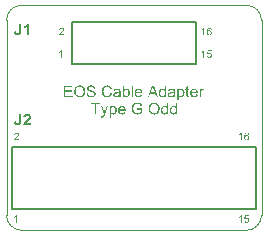
<source format=gto>
G04*
G04 #@! TF.GenerationSoftware,Altium Limited,Altium Designer,19.1.7 (138)*
G04*
G04 Layer_Color=65535*
%FSLAX25Y25*%
%MOIN*%
G70*
G01*
G75*
%ADD10C,0.00787*%
%ADD11C,0.00100*%
G36*
X128298Y148269D02*
X128343Y148264D01*
X128389Y148260D01*
X128443Y148256D01*
X128560Y148240D01*
X128689Y148214D01*
X128818Y148177D01*
X128943Y148131D01*
X128947D01*
X128955Y148123D01*
X128976Y148119D01*
X128997Y148106D01*
X129022Y148090D01*
X129055Y148073D01*
X129126Y148031D01*
X129209Y147973D01*
X129292Y147903D01*
X129371Y147824D01*
X129442Y147728D01*
X129446Y147724D01*
X129450Y147715D01*
X129458Y147703D01*
X129471Y147682D01*
X129483Y147657D01*
X129500Y147628D01*
X129513Y147590D01*
X129533Y147553D01*
X129567Y147466D01*
X129596Y147362D01*
X129621Y147249D01*
X129633Y147125D01*
X129146Y147087D01*
Y147091D01*
X129142Y147104D01*
Y147120D01*
X129138Y147145D01*
X129130Y147179D01*
X129121Y147212D01*
X129096Y147291D01*
X129063Y147378D01*
X129013Y147470D01*
X128955Y147557D01*
X128918Y147595D01*
X128876Y147632D01*
X128872Y147636D01*
X128868Y147640D01*
X128851Y147649D01*
X128834Y147661D01*
X128809Y147674D01*
X128780Y147690D01*
X128747Y147707D01*
X128710Y147728D01*
X128664Y147744D01*
X128614Y147761D01*
X128560Y147778D01*
X128502Y147790D01*
X128435Y147803D01*
X128364Y147811D01*
X128289Y147819D01*
X128169D01*
X128136Y147815D01*
X128098D01*
X128057Y147811D01*
X128007Y147807D01*
X127957Y147799D01*
X127844Y147778D01*
X127736Y147749D01*
X127632Y147707D01*
X127582Y147678D01*
X127541Y147649D01*
X127536D01*
X127532Y147640D01*
X127507Y147620D01*
X127474Y147582D01*
X127437Y147532D01*
X127399Y147474D01*
X127366Y147403D01*
X127341Y147328D01*
X127337Y147287D01*
X127333Y147241D01*
Y147237D01*
Y147233D01*
X127337Y147208D01*
X127341Y147170D01*
X127349Y147125D01*
X127370Y147071D01*
X127395Y147012D01*
X127428Y146958D01*
X127478Y146904D01*
X127487Y146900D01*
X127495Y146892D01*
X127512Y146879D01*
X127532Y146867D01*
X127557Y146854D01*
X127591Y146837D01*
X127628Y146817D01*
X127674Y146796D01*
X127728Y146775D01*
X127790Y146754D01*
X127861Y146729D01*
X127944Y146704D01*
X128032Y146679D01*
X128131Y146650D01*
X128244Y146625D01*
X128252D01*
X128273Y146621D01*
X128302Y146613D01*
X128343Y146600D01*
X128393Y146592D01*
X128452Y146575D01*
X128514Y146563D01*
X128581Y146542D01*
X128722Y146505D01*
X128864Y146467D01*
X128930Y146447D01*
X128988Y146426D01*
X129047Y146405D01*
X129092Y146384D01*
X129096D01*
X129109Y146376D01*
X129126Y146368D01*
X129146Y146355D01*
X129175Y146343D01*
X129209Y146322D01*
X129279Y146276D01*
X129363Y146222D01*
X129442Y146155D01*
X129521Y146076D01*
X129554Y146035D01*
X129587Y145993D01*
Y145989D01*
X129596Y145981D01*
X129604Y145968D01*
X129612Y145951D01*
X129625Y145931D01*
X129637Y145902D01*
X129671Y145835D01*
X129700Y145756D01*
X129725Y145664D01*
X129741Y145560D01*
X129750Y145448D01*
Y145444D01*
Y145436D01*
Y145419D01*
X129745Y145398D01*
Y145369D01*
X129741Y145340D01*
X129729Y145261D01*
X129708Y145174D01*
X129675Y145078D01*
X129629Y144978D01*
X129604Y144924D01*
X129571Y144874D01*
Y144870D01*
X129562Y144861D01*
X129554Y144849D01*
X129537Y144828D01*
X129500Y144782D01*
X129442Y144720D01*
X129371Y144653D01*
X129284Y144583D01*
X129184Y144516D01*
X129067Y144454D01*
X129063D01*
X129051Y144446D01*
X129034Y144441D01*
X129009Y144429D01*
X128980Y144421D01*
X128943Y144408D01*
X128901Y144392D01*
X128851Y144379D01*
X128801Y144367D01*
X128743Y144350D01*
X128618Y144329D01*
X128481Y144312D01*
X128331Y144304D01*
X128281D01*
X128244Y144308D01*
X128198D01*
X128148Y144312D01*
X128090Y144317D01*
X128023Y144325D01*
X127886Y144342D01*
X127740Y144367D01*
X127595Y144404D01*
X127453Y144454D01*
X127449D01*
X127437Y144462D01*
X127420Y144471D01*
X127395Y144483D01*
X127366Y144500D01*
X127333Y144516D01*
X127254Y144566D01*
X127166Y144629D01*
X127075Y144708D01*
X126983Y144799D01*
X126904Y144907D01*
X126900Y144912D01*
X126896Y144920D01*
X126888Y144936D01*
X126875Y144961D01*
X126858Y144991D01*
X126842Y145024D01*
X126821Y145065D01*
X126804Y145111D01*
X126784Y145157D01*
X126767Y145211D01*
X126734Y145332D01*
X126709Y145461D01*
X126700Y145531D01*
X126696Y145602D01*
X127175Y145644D01*
Y145640D01*
Y145631D01*
X127179Y145615D01*
X127183Y145594D01*
X127187Y145569D01*
X127191Y145544D01*
X127208Y145473D01*
X127229Y145398D01*
X127254Y145319D01*
X127287Y145240D01*
X127329Y145165D01*
X127333Y145157D01*
X127353Y145136D01*
X127383Y145103D01*
X127424Y145061D01*
X127478Y145011D01*
X127545Y144966D01*
X127624Y144916D01*
X127715Y144870D01*
X127719D01*
X127728Y144866D01*
X127740Y144861D01*
X127761Y144853D01*
X127786Y144845D01*
X127815Y144832D01*
X127848Y144824D01*
X127886Y144816D01*
X127973Y144795D01*
X128077Y144774D01*
X128185Y144762D01*
X128306Y144757D01*
X128356D01*
X128381Y144762D01*
X128410D01*
X128477Y144770D01*
X128556Y144778D01*
X128643Y144791D01*
X128730Y144812D01*
X128814Y144841D01*
X128818D01*
X128822Y144845D01*
X128834Y144849D01*
X128851Y144857D01*
X128888Y144878D01*
X128938Y144903D01*
X128992Y144936D01*
X129051Y144978D01*
X129101Y145024D01*
X129146Y145078D01*
X129151Y145086D01*
X129163Y145103D01*
X129184Y145136D01*
X129205Y145178D01*
X129221Y145228D01*
X129242Y145282D01*
X129255Y145344D01*
X129259Y145406D01*
Y145411D01*
Y145415D01*
Y145436D01*
X129255Y145473D01*
X129246Y145515D01*
X129234Y145565D01*
X129213Y145619D01*
X129188Y145673D01*
X129151Y145723D01*
X129146Y145727D01*
X129130Y145744D01*
X129105Y145768D01*
X129067Y145802D01*
X129022Y145835D01*
X128959Y145872D01*
X128888Y145910D01*
X128805Y145947D01*
X128797Y145951D01*
X128789Y145956D01*
X128772Y145960D01*
X128755Y145964D01*
X128730Y145972D01*
X128697Y145985D01*
X128664Y145993D01*
X128618Y146005D01*
X128572Y146022D01*
X128514Y146035D01*
X128452Y146051D01*
X128381Y146072D01*
X128306Y146089D01*
X128219Y146114D01*
X128123Y146134D01*
X128119D01*
X128102Y146139D01*
X128073Y146147D01*
X128040Y146155D01*
X127994Y146168D01*
X127944Y146180D01*
X127894Y146197D01*
X127836Y146213D01*
X127711Y146251D01*
X127591Y146293D01*
X127532Y146313D01*
X127478Y146334D01*
X127428Y146355D01*
X127387Y146376D01*
X127383D01*
X127374Y146384D01*
X127362Y146392D01*
X127341Y146401D01*
X127291Y146430D01*
X127233Y146472D01*
X127162Y146526D01*
X127095Y146584D01*
X127029Y146654D01*
X126975Y146729D01*
Y146733D01*
X126971Y146738D01*
X126962Y146750D01*
X126954Y146767D01*
X126933Y146813D01*
X126908Y146871D01*
X126883Y146941D01*
X126863Y147025D01*
X126846Y147116D01*
X126842Y147212D01*
Y147216D01*
Y147224D01*
Y147241D01*
X126846Y147262D01*
Y147287D01*
X126850Y147316D01*
X126863Y147391D01*
X126883Y147474D01*
X126908Y147561D01*
X126950Y147657D01*
X127004Y147753D01*
Y147757D01*
X127012Y147765D01*
X127021Y147778D01*
X127033Y147794D01*
X127075Y147840D01*
X127129Y147898D01*
X127195Y147961D01*
X127279Y148023D01*
X127374Y148085D01*
X127487Y148140D01*
X127491D01*
X127499Y148144D01*
X127520Y148152D01*
X127541Y148160D01*
X127570Y148169D01*
X127607Y148181D01*
X127649Y148194D01*
X127695Y148206D01*
X127744Y148219D01*
X127799Y148231D01*
X127915Y148252D01*
X128048Y148269D01*
X128190Y148273D01*
X128260D01*
X128298Y148269D01*
D02*
G37*
G36*
X133689D02*
X133739Y148264D01*
X133797Y148256D01*
X133860Y148248D01*
X133930Y148235D01*
X134005Y148219D01*
X134084Y148202D01*
X134163Y148177D01*
X134247Y148148D01*
X134330Y148115D01*
X134409Y148073D01*
X134488Y148031D01*
X134563Y147977D01*
X134567Y147973D01*
X134579Y147965D01*
X134600Y147948D01*
X134625Y147923D01*
X134658Y147894D01*
X134696Y147857D01*
X134733Y147815D01*
X134779Y147765D01*
X134825Y147711D01*
X134871Y147649D01*
X134916Y147582D01*
X134958Y147507D01*
X135004Y147428D01*
X135041Y147341D01*
X135079Y147249D01*
X135112Y147154D01*
X134613Y147037D01*
Y147041D01*
X134604Y147054D01*
X134600Y147079D01*
X134588Y147108D01*
X134575Y147141D01*
X134554Y147179D01*
X134513Y147270D01*
X134459Y147370D01*
X134388Y147474D01*
X134313Y147570D01*
X134267Y147611D01*
X134222Y147649D01*
X134217Y147653D01*
X134209Y147657D01*
X134197Y147665D01*
X134176Y147678D01*
X134151Y147695D01*
X134122Y147711D01*
X134089Y147728D01*
X134047Y147744D01*
X134001Y147761D01*
X133955Y147778D01*
X133847Y147811D01*
X133722Y147832D01*
X133656Y147840D01*
X133544D01*
X133510Y147836D01*
X133473Y147832D01*
X133427Y147828D01*
X133377Y147824D01*
X133327Y147815D01*
X133207Y147786D01*
X133082Y147749D01*
X133019Y147724D01*
X132957Y147695D01*
X132899Y147661D01*
X132841Y147624D01*
X132836Y147620D01*
X132828Y147616D01*
X132811Y147603D01*
X132791Y147586D01*
X132770Y147565D01*
X132741Y147536D01*
X132712Y147507D01*
X132678Y147474D01*
X132645Y147432D01*
X132607Y147391D01*
X132541Y147295D01*
X132479Y147183D01*
X132424Y147054D01*
Y147050D01*
X132420Y147037D01*
X132412Y147016D01*
X132408Y146992D01*
X132399Y146958D01*
X132387Y146921D01*
X132379Y146875D01*
X132366Y146829D01*
X132354Y146775D01*
X132345Y146717D01*
X132325Y146592D01*
X132312Y146459D01*
X132308Y146318D01*
Y146313D01*
Y146297D01*
Y146272D01*
X132312Y146234D01*
Y146193D01*
X132316Y146143D01*
X132320Y146089D01*
X132325Y146026D01*
X132333Y145960D01*
X132341Y145893D01*
X132366Y145748D01*
X132404Y145602D01*
X132449Y145461D01*
Y145456D01*
X132458Y145444D01*
X132466Y145427D01*
X132474Y145402D01*
X132491Y145369D01*
X132512Y145336D01*
X132558Y145257D01*
X132620Y145165D01*
X132695Y145078D01*
X132786Y144991D01*
X132836Y144953D01*
X132890Y144916D01*
X132895D01*
X132903Y144907D01*
X132920Y144899D01*
X132945Y144887D01*
X132974Y144874D01*
X133007Y144857D01*
X133044Y144845D01*
X133086Y144828D01*
X133182Y144795D01*
X133294Y144766D01*
X133415Y144745D01*
X133477Y144741D01*
X133544Y144737D01*
X133585D01*
X133614Y144741D01*
X133652Y144745D01*
X133693Y144749D01*
X133743Y144757D01*
X133793Y144766D01*
X133910Y144795D01*
X133968Y144816D01*
X134030Y144841D01*
X134093Y144870D01*
X134151Y144903D01*
X134209Y144941D01*
X134267Y144982D01*
X134272Y144986D01*
X134280Y144995D01*
X134297Y145007D01*
X134317Y145028D01*
X134338Y145053D01*
X134367Y145086D01*
X134396Y145124D01*
X134430Y145165D01*
X134463Y145215D01*
X134496Y145269D01*
X134529Y145327D01*
X134563Y145394D01*
X134592Y145465D01*
X134621Y145544D01*
X134650Y145627D01*
X134671Y145714D01*
X135178Y145585D01*
Y145577D01*
X135170Y145556D01*
X135162Y145527D01*
X135145Y145481D01*
X135128Y145431D01*
X135103Y145369D01*
X135079Y145302D01*
X135045Y145232D01*
X135008Y145153D01*
X134966Y145078D01*
X134921Y144995D01*
X134866Y144916D01*
X134808Y144841D01*
X134746Y144766D01*
X134675Y144695D01*
X134600Y144629D01*
X134596Y144624D01*
X134579Y144616D01*
X134559Y144599D01*
X134525Y144579D01*
X134488Y144554D01*
X134438Y144525D01*
X134384Y144495D01*
X134317Y144466D01*
X134247Y144437D01*
X134172Y144408D01*
X134089Y144379D01*
X133997Y144354D01*
X133901Y144333D01*
X133801Y144317D01*
X133697Y144308D01*
X133585Y144304D01*
X133527D01*
X133481Y144308D01*
X133431Y144312D01*
X133369Y144317D01*
X133302Y144325D01*
X133227Y144337D01*
X133148Y144350D01*
X133065Y144367D01*
X132982Y144387D01*
X132899Y144408D01*
X132811Y144437D01*
X132728Y144471D01*
X132649Y144508D01*
X132574Y144554D01*
X132570Y144558D01*
X132558Y144566D01*
X132537Y144579D01*
X132512Y144599D01*
X132479Y144629D01*
X132441Y144658D01*
X132399Y144695D01*
X132354Y144741D01*
X132308Y144791D01*
X132258Y144845D01*
X132212Y144903D01*
X132162Y144970D01*
X132113Y145040D01*
X132067Y145115D01*
X132025Y145199D01*
X131983Y145286D01*
X131979Y145290D01*
X131975Y145307D01*
X131967Y145336D01*
X131954Y145369D01*
X131938Y145415D01*
X131921Y145465D01*
X131904Y145527D01*
X131884Y145594D01*
X131867Y145669D01*
X131846Y145748D01*
X131830Y145831D01*
X131817Y145922D01*
X131792Y146114D01*
X131788Y146213D01*
X131784Y146313D01*
Y146322D01*
Y146338D01*
Y146372D01*
X131788Y146413D01*
X131792Y146467D01*
X131796Y146530D01*
X131805Y146596D01*
X131813Y146671D01*
X131825Y146750D01*
X131838Y146833D01*
X131879Y147012D01*
X131909Y147100D01*
X131938Y147187D01*
X131971Y147278D01*
X132013Y147362D01*
X132017Y147366D01*
X132025Y147382D01*
X132038Y147403D01*
X132054Y147437D01*
X132079Y147474D01*
X132108Y147516D01*
X132142Y147561D01*
X132179Y147616D01*
X132225Y147665D01*
X132271Y147724D01*
X132325Y147778D01*
X132383Y147836D01*
X132445Y147890D01*
X132512Y147944D01*
X132587Y147994D01*
X132662Y148040D01*
X132666Y148044D01*
X132682Y148048D01*
X132703Y148061D01*
X132737Y148077D01*
X132774Y148094D01*
X132824Y148115D01*
X132878Y148135D01*
X132936Y148156D01*
X133003Y148177D01*
X133078Y148198D01*
X133152Y148219D01*
X133236Y148235D01*
X133406Y148264D01*
X133498Y148269D01*
X133593Y148273D01*
X133648D01*
X133689Y148269D01*
D02*
G37*
G36*
X153187Y144367D02*
X152750D01*
Y144716D01*
X152746Y144712D01*
X152738Y144699D01*
X152721Y144678D01*
X152700Y144653D01*
X152671Y144620D01*
X152638Y144587D01*
X152601Y144550D01*
X152555Y144512D01*
X152501Y144471D01*
X152442Y144433D01*
X152380Y144400D01*
X152309Y144371D01*
X152230Y144342D01*
X152151Y144321D01*
X152064Y144308D01*
X151968Y144304D01*
X151935D01*
X151910Y144308D01*
X151881D01*
X151848Y144312D01*
X151810Y144321D01*
X151769Y144329D01*
X151673Y144350D01*
X151569Y144383D01*
X151465Y144429D01*
X151411Y144454D01*
X151357Y144487D01*
X151353Y144491D01*
X151344Y144495D01*
X151332Y144508D01*
X151311Y144520D01*
X151286Y144541D01*
X151261Y144562D01*
X151199Y144620D01*
X151128Y144691D01*
X151057Y144778D01*
X150986Y144882D01*
X150924Y144999D01*
Y145003D01*
X150916Y145016D01*
X150911Y145032D01*
X150899Y145057D01*
X150891Y145086D01*
X150878Y145124D01*
X150862Y145169D01*
X150849Y145215D01*
X150837Y145269D01*
X150820Y145327D01*
X150807Y145390D01*
X150799Y145456D01*
X150783Y145598D01*
X150774Y145752D01*
Y145756D01*
Y145773D01*
Y145793D01*
X150778Y145823D01*
Y145860D01*
X150783Y145902D01*
X150787Y145951D01*
X150791Y146005D01*
X150807Y146122D01*
X150832Y146247D01*
X150866Y146380D01*
X150911Y146509D01*
Y146513D01*
X150920Y146526D01*
X150928Y146542D01*
X150936Y146567D01*
X150953Y146592D01*
X150970Y146625D01*
X151015Y146700D01*
X151074Y146788D01*
X151145Y146871D01*
X151228Y146954D01*
X151328Y147029D01*
X151332Y147033D01*
X151340Y147037D01*
X151357Y147046D01*
X151377Y147058D01*
X151402Y147071D01*
X151436Y147087D01*
X151469Y147104D01*
X151511Y147120D01*
X151602Y147154D01*
X151706Y147183D01*
X151823Y147204D01*
X151885Y147212D01*
X151989D01*
X152039Y147208D01*
X152097Y147199D01*
X152168Y147187D01*
X152243Y147166D01*
X152322Y147141D01*
X152397Y147104D01*
X152401D01*
X152405Y147100D01*
X152430Y147083D01*
X152463Y147062D01*
X152509Y147029D01*
X152559Y146987D01*
X152613Y146941D01*
X152667Y146888D01*
X152717Y146825D01*
Y148206D01*
X153187D01*
Y144367D01*
D02*
G37*
G36*
X158204Y147208D02*
X158237D01*
X158275Y147204D01*
X158312Y147195D01*
X158358Y147187D01*
X158458Y147166D01*
X158562Y147133D01*
X158670Y147087D01*
X158724Y147058D01*
X158774Y147025D01*
X158778D01*
X158786Y147016D01*
X158799Y147004D01*
X158820Y146992D01*
X158870Y146950D01*
X158928Y146892D01*
X158994Y146817D01*
X159065Y146729D01*
X159127Y146625D01*
X159186Y146509D01*
Y146505D01*
X159190Y146492D01*
X159198Y146476D01*
X159207Y146451D01*
X159219Y146422D01*
X159231Y146384D01*
X159244Y146338D01*
X159256Y146293D01*
X159269Y146239D01*
X159281Y146184D01*
X159306Y146060D01*
X159323Y145922D01*
X159327Y145777D01*
Y145773D01*
Y145756D01*
Y145735D01*
X159323Y145706D01*
Y145669D01*
X159319Y145623D01*
X159315Y145573D01*
X159306Y145519D01*
X159290Y145402D01*
X159261Y145273D01*
X159223Y145140D01*
X159173Y145007D01*
Y145003D01*
X159165Y144991D01*
X159157Y144974D01*
X159144Y144953D01*
X159127Y144924D01*
X159111Y144891D01*
X159061Y144816D01*
X158999Y144728D01*
X158920Y144641D01*
X158832Y144558D01*
X158728Y144483D01*
X158724D01*
X158716Y144475D01*
X158699Y144466D01*
X158678Y144454D01*
X158649Y144441D01*
X158620Y144425D01*
X158583Y144412D01*
X158541Y144396D01*
X158449Y144362D01*
X158345Y144333D01*
X158233Y144312D01*
X158175Y144308D01*
X158113Y144304D01*
X158071D01*
X158029Y144308D01*
X157971Y144317D01*
X157905Y144329D01*
X157834Y144346D01*
X157759Y144367D01*
X157688Y144400D01*
X157680Y144404D01*
X157659Y144416D01*
X157622Y144441D01*
X157580Y144471D01*
X157530Y144504D01*
X157480Y144550D01*
X157430Y144599D01*
X157385Y144653D01*
Y143301D01*
X156914D01*
Y147150D01*
X157343D01*
Y146788D01*
X157351Y146792D01*
X157368Y146817D01*
X157401Y146858D01*
X157443Y146904D01*
X157493Y146954D01*
X157551Y147008D01*
X157613Y147058D01*
X157684Y147104D01*
X157688D01*
X157692Y147108D01*
X157717Y147120D01*
X157759Y147137D01*
X157813Y147158D01*
X157879Y147179D01*
X157959Y147195D01*
X158050Y147208D01*
X158146Y147212D01*
X158179D01*
X158204Y147208D01*
D02*
G37*
G36*
X165430D02*
X165451D01*
X165476Y147204D01*
X165538Y147191D01*
X165613Y147175D01*
X165692Y147145D01*
X165784Y147108D01*
X165875Y147058D01*
X165709Y146621D01*
X165700Y146625D01*
X165680Y146638D01*
X165646Y146654D01*
X165601Y146675D01*
X165551Y146692D01*
X165492Y146709D01*
X165430Y146721D01*
X165363Y146725D01*
X165338D01*
X165309Y146721D01*
X165272Y146713D01*
X165226Y146700D01*
X165180Y146684D01*
X165135Y146663D01*
X165085Y146630D01*
X165080Y146625D01*
X165064Y146613D01*
X165043Y146592D01*
X165018Y146563D01*
X164989Y146526D01*
X164960Y146484D01*
X164935Y146430D01*
X164910Y146372D01*
Y146368D01*
X164906Y146359D01*
X164902Y146347D01*
X164897Y146330D01*
X164893Y146305D01*
X164885Y146276D01*
X164873Y146209D01*
X164860Y146126D01*
X164848Y146035D01*
X164839Y145931D01*
X164835Y145823D01*
Y144367D01*
X164365D01*
Y147150D01*
X164789D01*
Y146729D01*
X164798Y146738D01*
X164806Y146754D01*
X164818Y146771D01*
X164848Y146825D01*
X164889Y146883D01*
X164935Y146950D01*
X164985Y147016D01*
X165035Y147071D01*
X165064Y147096D01*
X165089Y147116D01*
X165097Y147120D01*
X165114Y147133D01*
X165143Y147145D01*
X165176Y147166D01*
X165222Y147183D01*
X165272Y147195D01*
X165330Y147208D01*
X165388Y147212D01*
X165413D01*
X165430Y147208D01*
D02*
G37*
G36*
X155196D02*
X155234D01*
X155313Y147199D01*
X155404Y147191D01*
X155500Y147175D01*
X155596Y147154D01*
X155683Y147125D01*
X155687D01*
X155691Y147120D01*
X155704Y147116D01*
X155720Y147108D01*
X155758Y147091D01*
X155808Y147066D01*
X155862Y147037D01*
X155916Y147000D01*
X155966Y146958D01*
X156012Y146912D01*
X156016Y146908D01*
X156028Y146892D01*
X156049Y146862D01*
X156070Y146825D01*
X156095Y146779D01*
X156120Y146725D01*
X156145Y146663D01*
X156161Y146592D01*
Y146588D01*
X156166Y146567D01*
X156170Y146538D01*
X156174Y146492D01*
X156178Y146434D01*
X156182Y146359D01*
Y146313D01*
X156186Y146268D01*
Y146218D01*
Y146160D01*
Y145531D01*
Y145523D01*
Y145502D01*
Y145469D01*
Y145427D01*
Y145373D01*
Y145315D01*
X156191Y145248D01*
Y145182D01*
X156195Y145040D01*
Y144970D01*
X156199Y144903D01*
X156203Y144841D01*
X156207Y144787D01*
X156211Y144737D01*
X156216Y144699D01*
Y144691D01*
X156220Y144670D01*
X156228Y144637D01*
X156240Y144591D01*
X156257Y144541D01*
X156278Y144487D01*
X156303Y144425D01*
X156332Y144367D01*
X155841D01*
X155837Y144375D01*
X155829Y144392D01*
X155816Y144425D01*
X155804Y144466D01*
X155787Y144516D01*
X155770Y144574D01*
X155758Y144641D01*
X155750Y144716D01*
X155745Y144712D01*
X155737Y144708D01*
X155725Y144695D01*
X155704Y144678D01*
X155679Y144662D01*
X155654Y144637D01*
X155587Y144591D01*
X155508Y144537D01*
X155425Y144483D01*
X155334Y144437D01*
X155242Y144396D01*
X155238D01*
X155230Y144392D01*
X155217Y144387D01*
X155201Y144383D01*
X155180Y144375D01*
X155151Y144367D01*
X155088Y144350D01*
X155009Y144333D01*
X154922Y144317D01*
X154826Y144308D01*
X154722Y144304D01*
X154676D01*
X154647Y144308D01*
X154610Y144312D01*
X154564Y144317D01*
X154514Y144321D01*
X154464Y144333D01*
X154348Y144358D01*
X154231Y144396D01*
X154177Y144421D01*
X154119Y144454D01*
X154069Y144487D01*
X154019Y144525D01*
X154015Y144529D01*
X154007Y144537D01*
X153998Y144550D01*
X153982Y144566D01*
X153961Y144587D01*
X153940Y144616D01*
X153919Y144645D01*
X153898Y144683D01*
X153853Y144762D01*
X153811Y144861D01*
X153794Y144916D01*
X153786Y144974D01*
X153778Y145036D01*
X153774Y145099D01*
Y145103D01*
Y145107D01*
Y145132D01*
X153778Y145174D01*
X153786Y145223D01*
X153794Y145282D01*
X153811Y145344D01*
X153836Y145406D01*
X153865Y145473D01*
X153869Y145481D01*
X153882Y145502D01*
X153903Y145531D01*
X153932Y145573D01*
X153965Y145615D01*
X154007Y145660D01*
X154052Y145702D01*
X154106Y145744D01*
X154115Y145748D01*
X154136Y145760D01*
X154165Y145781D01*
X154206Y145802D01*
X154256Y145827D01*
X154314Y145852D01*
X154381Y145877D01*
X154447Y145897D01*
X154456D01*
X154472Y145906D01*
X154506Y145910D01*
X154551Y145922D01*
X154610Y145931D01*
X154685Y145943D01*
X154768Y145956D01*
X154868Y145968D01*
X154876D01*
X154893Y145972D01*
X154922Y145976D01*
X154959Y145981D01*
X155009Y145989D01*
X155063Y145997D01*
X155121Y146005D01*
X155188Y146014D01*
X155325Y146039D01*
X155463Y146068D01*
X155529Y146085D01*
X155596Y146101D01*
X155654Y146118D01*
X155708Y146134D01*
Y146139D01*
Y146151D01*
Y146168D01*
X155712Y146184D01*
Y146226D01*
Y146243D01*
Y146255D01*
Y146259D01*
Y146268D01*
Y146284D01*
Y146301D01*
X155704Y146351D01*
X155695Y146413D01*
X155679Y146480D01*
X155654Y146546D01*
X155621Y146609D01*
X155575Y146659D01*
X155567Y146667D01*
X155558Y146675D01*
X155542Y146684D01*
X155521Y146696D01*
X155500Y146709D01*
X155442Y146742D01*
X155367Y146771D01*
X155275Y146796D01*
X155167Y146813D01*
X155042Y146821D01*
X154988D01*
X154959Y146817D01*
X154930D01*
X154855Y146808D01*
X154776Y146792D01*
X154697Y146771D01*
X154618Y146742D01*
X154551Y146704D01*
X154543Y146700D01*
X154527Y146684D01*
X154497Y146650D01*
X154464Y146609D01*
X154427Y146555D01*
X154385Y146480D01*
X154352Y146397D01*
X154335Y146347D01*
X154319Y146293D01*
X153857Y146355D01*
Y146359D01*
X153861Y146368D01*
X153865Y146384D01*
X153869Y146405D01*
X153878Y146430D01*
X153886Y146459D01*
X153907Y146526D01*
X153936Y146600D01*
X153969Y146679D01*
X154011Y146758D01*
X154061Y146829D01*
Y146833D01*
X154069Y146837D01*
X154090Y146858D01*
X154123Y146892D01*
X154169Y146933D01*
X154227Y146979D01*
X154298Y147025D01*
X154381Y147071D01*
X154477Y147112D01*
X154481D01*
X154489Y147116D01*
X154506Y147120D01*
X154527Y147129D01*
X154551Y147137D01*
X154581Y147145D01*
X154618Y147154D01*
X154660Y147162D01*
X154701Y147170D01*
X154751Y147179D01*
X154859Y147195D01*
X154980Y147208D01*
X155109Y147212D01*
X155167D01*
X155196Y147208D01*
D02*
G37*
G36*
X150604Y144367D02*
X150025D01*
X149580Y145527D01*
X147966D01*
X147550Y144367D01*
X147014D01*
X148482Y148206D01*
X149031D01*
X150604Y144367D01*
D02*
G37*
G36*
X142167D02*
X141697D01*
Y148206D01*
X142167D01*
Y144367D01*
D02*
G37*
G36*
X137009Y147208D02*
X137046D01*
X137125Y147199D01*
X137217Y147191D01*
X137312Y147175D01*
X137408Y147154D01*
X137496Y147125D01*
X137500D01*
X137504Y147120D01*
X137516Y147116D01*
X137533Y147108D01*
X137570Y147091D01*
X137620Y147066D01*
X137674Y147037D01*
X137729Y147000D01*
X137778Y146958D01*
X137824Y146912D01*
X137828Y146908D01*
X137841Y146892D01*
X137862Y146862D01*
X137882Y146825D01*
X137907Y146779D01*
X137932Y146725D01*
X137957Y146663D01*
X137974Y146592D01*
Y146588D01*
X137978Y146567D01*
X137982Y146538D01*
X137986Y146492D01*
X137991Y146434D01*
X137995Y146359D01*
Y146313D01*
X137999Y146268D01*
Y146218D01*
Y146160D01*
Y145531D01*
Y145523D01*
Y145502D01*
Y145469D01*
Y145427D01*
Y145373D01*
Y145315D01*
X138003Y145248D01*
Y145182D01*
X138007Y145040D01*
Y144970D01*
X138011Y144903D01*
X138015Y144841D01*
X138020Y144787D01*
X138024Y144737D01*
X138028Y144699D01*
Y144691D01*
X138032Y144670D01*
X138040Y144637D01*
X138053Y144591D01*
X138070Y144541D01*
X138090Y144487D01*
X138115Y144425D01*
X138145Y144367D01*
X137654D01*
X137649Y144375D01*
X137641Y144392D01*
X137629Y144425D01*
X137616Y144466D01*
X137600Y144516D01*
X137583Y144574D01*
X137570Y144641D01*
X137562Y144716D01*
X137558Y144712D01*
X137550Y144708D01*
X137537Y144695D01*
X137516Y144678D01*
X137491Y144662D01*
X137466Y144637D01*
X137400Y144591D01*
X137321Y144537D01*
X137238Y144483D01*
X137146Y144437D01*
X137055Y144396D01*
X137050D01*
X137042Y144392D01*
X137030Y144387D01*
X137013Y144383D01*
X136992Y144375D01*
X136963Y144367D01*
X136901Y144350D01*
X136822Y144333D01*
X136734Y144317D01*
X136639Y144308D01*
X136535Y144304D01*
X136489D01*
X136460Y144308D01*
X136422Y144312D01*
X136377Y144317D01*
X136327Y144321D01*
X136277Y144333D01*
X136160Y144358D01*
X136044Y144396D01*
X135990Y144421D01*
X135931Y144454D01*
X135881Y144487D01*
X135831Y144525D01*
X135827Y144529D01*
X135819Y144537D01*
X135811Y144550D01*
X135794Y144566D01*
X135773Y144587D01*
X135752Y144616D01*
X135732Y144645D01*
X135711Y144683D01*
X135665Y144762D01*
X135624Y144861D01*
X135607Y144916D01*
X135599Y144974D01*
X135590Y145036D01*
X135586Y145099D01*
Y145103D01*
Y145107D01*
Y145132D01*
X135590Y145174D01*
X135599Y145223D01*
X135607Y145282D01*
X135624Y145344D01*
X135649Y145406D01*
X135678Y145473D01*
X135682Y145481D01*
X135694Y145502D01*
X135715Y145531D01*
X135744Y145573D01*
X135777Y145615D01*
X135819Y145660D01*
X135865Y145702D01*
X135919Y145744D01*
X135927Y145748D01*
X135948Y145760D01*
X135977Y145781D01*
X136019Y145802D01*
X136069Y145827D01*
X136127Y145852D01*
X136193Y145877D01*
X136260Y145897D01*
X136268D01*
X136285Y145906D01*
X136318Y145910D01*
X136364Y145922D01*
X136422Y145931D01*
X136497Y145943D01*
X136580Y145956D01*
X136680Y145968D01*
X136688D01*
X136705Y145972D01*
X136734Y145976D01*
X136772Y145981D01*
X136822Y145989D01*
X136876Y145997D01*
X136934Y146005D01*
X137001Y146014D01*
X137138Y146039D01*
X137275Y146068D01*
X137342Y146085D01*
X137408Y146101D01*
X137466Y146118D01*
X137521Y146134D01*
Y146139D01*
Y146151D01*
Y146168D01*
X137525Y146184D01*
Y146226D01*
Y146243D01*
Y146255D01*
Y146259D01*
Y146268D01*
Y146284D01*
Y146301D01*
X137516Y146351D01*
X137508Y146413D01*
X137491Y146480D01*
X137466Y146546D01*
X137433Y146609D01*
X137387Y146659D01*
X137379Y146667D01*
X137371Y146675D01*
X137354Y146684D01*
X137333Y146696D01*
X137312Y146709D01*
X137254Y146742D01*
X137179Y146771D01*
X137088Y146796D01*
X136980Y146813D01*
X136855Y146821D01*
X136801D01*
X136772Y146817D01*
X136743D01*
X136668Y146808D01*
X136589Y146792D01*
X136510Y146771D01*
X136431Y146742D01*
X136364Y146704D01*
X136356Y146700D01*
X136339Y146684D01*
X136310Y146650D01*
X136277Y146609D01*
X136239Y146555D01*
X136198Y146480D01*
X136164Y146397D01*
X136148Y146347D01*
X136131Y146293D01*
X135669Y146355D01*
Y146359D01*
X135673Y146368D01*
X135678Y146384D01*
X135682Y146405D01*
X135690Y146430D01*
X135698Y146459D01*
X135719Y146526D01*
X135748Y146600D01*
X135782Y146679D01*
X135823Y146758D01*
X135873Y146829D01*
Y146833D01*
X135881Y146837D01*
X135902Y146858D01*
X135935Y146892D01*
X135981Y146933D01*
X136039Y146979D01*
X136110Y147025D01*
X136193Y147071D01*
X136289Y147112D01*
X136293D01*
X136302Y147116D01*
X136318Y147120D01*
X136339Y147129D01*
X136364Y147137D01*
X136393Y147145D01*
X136431Y147154D01*
X136472Y147162D01*
X136514Y147170D01*
X136564Y147179D01*
X136672Y147195D01*
X136793Y147208D01*
X136921Y147212D01*
X136980D01*
X137009Y147208D01*
D02*
G37*
G36*
X121904Y147753D02*
X119632D01*
Y146580D01*
X121758D01*
Y146126D01*
X119632D01*
Y144820D01*
X121991D01*
Y144367D01*
X119125D01*
Y148206D01*
X121904D01*
Y147753D01*
D02*
G37*
G36*
X160446Y147150D02*
X160925D01*
Y146783D01*
X160446D01*
Y145153D01*
Y145149D01*
Y145144D01*
Y145120D01*
Y145086D01*
X160450Y145045D01*
Y145003D01*
X160459Y144961D01*
X160463Y144924D01*
X160471Y144895D01*
Y144891D01*
X160475Y144887D01*
X160492Y144861D01*
X160517Y144832D01*
X160550Y144803D01*
X160554D01*
X160563Y144799D01*
X160575Y144795D01*
X160592Y144787D01*
X160617Y144782D01*
X160642Y144774D01*
X160675Y144770D01*
X160746D01*
X160771Y144774D01*
X160800D01*
X160837Y144778D01*
X160879Y144782D01*
X160925Y144787D01*
X160987Y144371D01*
X160979D01*
X160954Y144362D01*
X160916Y144358D01*
X160866Y144350D01*
X160812Y144342D01*
X160754Y144337D01*
X160629Y144329D01*
X160588D01*
X160542Y144333D01*
X160484Y144337D01*
X160417Y144350D01*
X160351Y144362D01*
X160288Y144383D01*
X160230Y144408D01*
X160226Y144412D01*
X160209Y144425D01*
X160184Y144441D01*
X160151Y144466D01*
X160118Y144495D01*
X160084Y144533D01*
X160055Y144574D01*
X160030Y144620D01*
X160026Y144629D01*
X160022Y144649D01*
X160018Y144666D01*
X160014Y144687D01*
X160009Y144712D01*
X160005Y144741D01*
X159997Y144774D01*
X159993Y144816D01*
X159989Y144861D01*
X159985Y144912D01*
X159980Y144970D01*
Y145032D01*
X159976Y145103D01*
Y145178D01*
Y146783D01*
X159627D01*
Y147150D01*
X159976D01*
Y147836D01*
X160446Y148119D01*
Y147150D01*
D02*
G37*
G36*
X162580Y147208D02*
X162618D01*
X162668Y147199D01*
X162722Y147191D01*
X162784Y147179D01*
X162851Y147166D01*
X162921Y147145D01*
X162992Y147120D01*
X163071Y147087D01*
X163146Y147050D01*
X163221Y147008D01*
X163296Y146954D01*
X163371Y146896D01*
X163437Y146829D01*
X163441Y146825D01*
X163454Y146813D01*
X163471Y146792D01*
X163491Y146758D01*
X163521Y146721D01*
X163550Y146675D01*
X163583Y146617D01*
X163616Y146555D01*
X163645Y146484D01*
X163679Y146405D01*
X163708Y146318D01*
X163737Y146222D01*
X163758Y146118D01*
X163774Y146005D01*
X163787Y145889D01*
X163791Y145764D01*
Y145756D01*
Y145735D01*
Y145694D01*
X163787Y145640D01*
X161711D01*
Y145635D01*
Y145619D01*
X161715Y145594D01*
X161719Y145565D01*
X161723Y145523D01*
X161732Y145481D01*
X161740Y145431D01*
X161752Y145377D01*
X161786Y145265D01*
X161831Y145144D01*
X161861Y145090D01*
X161890Y145032D01*
X161927Y144982D01*
X161969Y144932D01*
X161973Y144928D01*
X161981Y144924D01*
X161994Y144912D01*
X162010Y144895D01*
X162035Y144878D01*
X162060Y144857D01*
X162094Y144832D01*
X162131Y144812D01*
X162214Y144766D01*
X162314Y144728D01*
X162368Y144712D01*
X162426Y144703D01*
X162489Y144695D01*
X162551Y144691D01*
X162576D01*
X162593Y144695D01*
X162643Y144699D01*
X162705Y144708D01*
X162772Y144724D01*
X162847Y144749D01*
X162921Y144778D01*
X162992Y144824D01*
X162996D01*
X163001Y144832D01*
X163021Y144849D01*
X163055Y144882D01*
X163096Y144932D01*
X163142Y144991D01*
X163192Y145070D01*
X163242Y145161D01*
X163283Y145265D01*
X163774Y145203D01*
Y145199D01*
X163770Y145182D01*
X163762Y145161D01*
X163749Y145132D01*
X163737Y145095D01*
X163720Y145053D01*
X163699Y145007D01*
X163679Y144957D01*
X163620Y144853D01*
X163545Y144741D01*
X163500Y144687D01*
X163454Y144633D01*
X163404Y144583D01*
X163346Y144537D01*
X163342Y144533D01*
X163333Y144529D01*
X163312Y144516D01*
X163292Y144500D01*
X163258Y144483D01*
X163221Y144462D01*
X163179Y144441D01*
X163129Y144421D01*
X163075Y144400D01*
X163013Y144379D01*
X162951Y144358D01*
X162880Y144342D01*
X162805Y144325D01*
X162726Y144312D01*
X162639Y144308D01*
X162551Y144304D01*
X162526D01*
X162493Y144308D01*
X162451D01*
X162397Y144317D01*
X162339Y144325D01*
X162273Y144337D01*
X162202Y144350D01*
X162127Y144371D01*
X162048Y144396D01*
X161965Y144425D01*
X161886Y144462D01*
X161802Y144504D01*
X161727Y144554D01*
X161653Y144612D01*
X161582Y144678D01*
X161578Y144683D01*
X161565Y144695D01*
X161549Y144716D01*
X161528Y144749D01*
X161499Y144787D01*
X161470Y144832D01*
X161436Y144887D01*
X161407Y144949D01*
X161374Y145020D01*
X161341Y145099D01*
X161311Y145186D01*
X161282Y145282D01*
X161262Y145381D01*
X161245Y145490D01*
X161232Y145606D01*
X161228Y145731D01*
Y145739D01*
Y145760D01*
X161232Y145798D01*
Y145847D01*
X161241Y145906D01*
X161249Y145972D01*
X161257Y146051D01*
X161274Y146130D01*
X161291Y146218D01*
X161316Y146305D01*
X161345Y146397D01*
X161378Y146488D01*
X161420Y146575D01*
X161470Y146663D01*
X161524Y146746D01*
X161586Y146821D01*
X161590Y146825D01*
X161603Y146837D01*
X161624Y146858D01*
X161653Y146883D01*
X161686Y146912D01*
X161732Y146946D01*
X161782Y146979D01*
X161840Y147016D01*
X161902Y147054D01*
X161973Y147087D01*
X162052Y147120D01*
X162135Y147150D01*
X162227Y147175D01*
X162318Y147195D01*
X162422Y147208D01*
X162526Y147212D01*
X162551D01*
X162580Y147208D01*
D02*
G37*
G36*
X144093D02*
X144131D01*
X144181Y147199D01*
X144235Y147191D01*
X144297Y147179D01*
X144364Y147166D01*
X144434Y147145D01*
X144505Y147120D01*
X144584Y147087D01*
X144659Y147050D01*
X144734Y147008D01*
X144809Y146954D01*
X144884Y146896D01*
X144950Y146829D01*
X144954Y146825D01*
X144967Y146813D01*
X144983Y146792D01*
X145004Y146758D01*
X145033Y146721D01*
X145063Y146675D01*
X145096Y146617D01*
X145129Y146555D01*
X145158Y146484D01*
X145192Y146405D01*
X145221Y146318D01*
X145250Y146222D01*
X145271Y146118D01*
X145287Y146005D01*
X145300Y145889D01*
X145304Y145764D01*
Y145756D01*
Y145735D01*
Y145694D01*
X145300Y145640D01*
X143224D01*
Y145635D01*
Y145619D01*
X143228Y145594D01*
X143232Y145565D01*
X143236Y145523D01*
X143245Y145481D01*
X143253Y145431D01*
X143265Y145377D01*
X143299Y145265D01*
X143344Y145144D01*
X143374Y145090D01*
X143403Y145032D01*
X143440Y144982D01*
X143482Y144932D01*
X143486Y144928D01*
X143494Y144924D01*
X143507Y144912D01*
X143523Y144895D01*
X143548Y144878D01*
X143573Y144857D01*
X143607Y144832D01*
X143644Y144812D01*
X143727Y144766D01*
X143827Y144728D01*
X143881Y144712D01*
X143939Y144703D01*
X144002Y144695D01*
X144064Y144691D01*
X144089D01*
X144106Y144695D01*
X144156Y144699D01*
X144218Y144708D01*
X144285Y144724D01*
X144360Y144749D01*
X144434Y144778D01*
X144505Y144824D01*
X144509D01*
X144513Y144832D01*
X144534Y144849D01*
X144568Y144882D01*
X144609Y144932D01*
X144655Y144991D01*
X144705Y145070D01*
X144755Y145161D01*
X144796Y145265D01*
X145287Y145203D01*
Y145199D01*
X145283Y145182D01*
X145275Y145161D01*
X145262Y145132D01*
X145250Y145095D01*
X145233Y145053D01*
X145212Y145007D01*
X145192Y144957D01*
X145133Y144853D01*
X145058Y144741D01*
X145013Y144687D01*
X144967Y144633D01*
X144917Y144583D01*
X144859Y144537D01*
X144855Y144533D01*
X144846Y144529D01*
X144825Y144516D01*
X144805Y144500D01*
X144771Y144483D01*
X144734Y144462D01*
X144692Y144441D01*
X144642Y144421D01*
X144588Y144400D01*
X144526Y144379D01*
X144464Y144358D01*
X144393Y144342D01*
X144318Y144325D01*
X144239Y144312D01*
X144151Y144308D01*
X144064Y144304D01*
X144039D01*
X144006Y144308D01*
X143964D01*
X143910Y144317D01*
X143852Y144325D01*
X143785Y144337D01*
X143715Y144350D01*
X143640Y144371D01*
X143561Y144396D01*
X143478Y144425D01*
X143399Y144462D01*
X143315Y144504D01*
X143240Y144554D01*
X143166Y144612D01*
X143095Y144678D01*
X143091Y144683D01*
X143078Y144695D01*
X143062Y144716D01*
X143041Y144749D01*
X143012Y144787D01*
X142983Y144832D01*
X142949Y144887D01*
X142920Y144949D01*
X142887Y145020D01*
X142854Y145099D01*
X142824Y145186D01*
X142795Y145282D01*
X142775Y145381D01*
X142758Y145490D01*
X142745Y145606D01*
X142741Y145731D01*
Y145739D01*
Y145760D01*
X142745Y145798D01*
Y145847D01*
X142754Y145906D01*
X142762Y145972D01*
X142770Y146051D01*
X142787Y146130D01*
X142804Y146218D01*
X142829Y146305D01*
X142858Y146397D01*
X142891Y146488D01*
X142933Y146575D01*
X142983Y146663D01*
X143037Y146746D01*
X143099Y146821D01*
X143103Y146825D01*
X143116Y146837D01*
X143137Y146858D01*
X143166Y146883D01*
X143199Y146912D01*
X143245Y146946D01*
X143295Y146979D01*
X143353Y147016D01*
X143415Y147054D01*
X143486Y147087D01*
X143565Y147120D01*
X143648Y147150D01*
X143740Y147175D01*
X143831Y147195D01*
X143935Y147208D01*
X144039Y147212D01*
X144064D01*
X144093Y147208D01*
D02*
G37*
G36*
X139193Y146837D02*
X139197Y146842D01*
X139205Y146854D01*
X139222Y146871D01*
X139247Y146896D01*
X139276Y146925D01*
X139309Y146958D01*
X139351Y146992D01*
X139401Y147025D01*
X139451Y147058D01*
X139509Y147096D01*
X139571Y147125D01*
X139638Y147154D01*
X139713Y147179D01*
X139788Y147195D01*
X139871Y147208D01*
X139954Y147212D01*
X140000D01*
X140021Y147208D01*
X140050D01*
X140112Y147199D01*
X140187Y147187D01*
X140270Y147166D01*
X140353Y147141D01*
X140441Y147108D01*
X140445D01*
X140449Y147104D01*
X140462Y147096D01*
X140478Y147087D01*
X140520Y147066D01*
X140574Y147033D01*
X140632Y146992D01*
X140695Y146941D01*
X140757Y146883D01*
X140815Y146817D01*
X140823Y146808D01*
X140840Y146783D01*
X140865Y146742D01*
X140903Y146692D01*
X140940Y146625D01*
X140977Y146546D01*
X141015Y146459D01*
X141048Y146363D01*
Y146359D01*
X141052Y146351D01*
X141057Y146338D01*
X141061Y146318D01*
X141069Y146293D01*
X141077Y146264D01*
X141086Y146230D01*
X141094Y146193D01*
X141106Y146109D01*
X141123Y146014D01*
X141131Y145910D01*
X141136Y145798D01*
Y145789D01*
Y145764D01*
X141131Y145731D01*
Y145681D01*
X141123Y145619D01*
X141115Y145552D01*
X141106Y145473D01*
X141090Y145390D01*
X141073Y145302D01*
X141048Y145215D01*
X141019Y145120D01*
X140986Y145028D01*
X140944Y144936D01*
X140894Y144849D01*
X140840Y144770D01*
X140778Y144691D01*
X140774Y144687D01*
X140761Y144674D01*
X140740Y144653D01*
X140715Y144633D01*
X140682Y144599D01*
X140640Y144570D01*
X140591Y144533D01*
X140541Y144500D01*
X140478Y144462D01*
X140416Y144425D01*
X140345Y144396D01*
X140270Y144367D01*
X140191Y144342D01*
X140108Y144321D01*
X140021Y144308D01*
X139929Y144304D01*
X139908D01*
X139883Y144308D01*
X139850Y144312D01*
X139808Y144317D01*
X139759Y144325D01*
X139705Y144337D01*
X139650Y144354D01*
X139588Y144375D01*
X139526Y144404D01*
X139463Y144437D01*
X139397Y144475D01*
X139334Y144525D01*
X139272Y144579D01*
X139214Y144641D01*
X139160Y144712D01*
Y144367D01*
X138723D01*
Y148206D01*
X139193D01*
Y146837D01*
D02*
G37*
G36*
X124462Y148269D02*
X124512Y148264D01*
X124566Y148260D01*
X124625Y148252D01*
X124691Y148240D01*
X124766Y148227D01*
X124841Y148210D01*
X124920Y148189D01*
X125003Y148165D01*
X125086Y148135D01*
X125169Y148102D01*
X125249Y148065D01*
X125332Y148019D01*
X125336Y148015D01*
X125353Y148006D01*
X125373Y147994D01*
X125402Y147973D01*
X125440Y147948D01*
X125477Y147915D01*
X125523Y147878D01*
X125573Y147836D01*
X125627Y147786D01*
X125681Y147732D01*
X125735Y147674D01*
X125789Y147611D01*
X125839Y147545D01*
X125893Y147470D01*
X125939Y147391D01*
X125985Y147308D01*
X125989Y147303D01*
X125993Y147287D01*
X126006Y147262D01*
X126018Y147229D01*
X126039Y147187D01*
X126056Y147133D01*
X126076Y147075D01*
X126097Y147008D01*
X126118Y146937D01*
X126139Y146858D01*
X126160Y146771D01*
X126176Y146684D01*
X126189Y146588D01*
X126201Y146488D01*
X126205Y146388D01*
X126209Y146280D01*
Y146272D01*
Y146255D01*
Y146222D01*
X126205Y146180D01*
X126201Y146130D01*
X126197Y146072D01*
X126189Y146005D01*
X126180Y145931D01*
X126168Y145852D01*
X126151Y145768D01*
X126135Y145681D01*
X126110Y145594D01*
X126081Y145502D01*
X126051Y145415D01*
X126014Y145323D01*
X125972Y145236D01*
X125968Y145232D01*
X125960Y145215D01*
X125947Y145190D01*
X125931Y145161D01*
X125906Y145124D01*
X125877Y145078D01*
X125839Y145028D01*
X125802Y144974D01*
X125756Y144920D01*
X125706Y144861D01*
X125648Y144803D01*
X125590Y144745D01*
X125527Y144691D01*
X125457Y144637D01*
X125382Y144583D01*
X125303Y144537D01*
X125298Y144533D01*
X125282Y144529D01*
X125261Y144516D01*
X125228Y144500D01*
X125186Y144483D01*
X125140Y144462D01*
X125086Y144441D01*
X125024Y144421D01*
X124957Y144400D01*
X124887Y144379D01*
X124808Y144358D01*
X124729Y144342D01*
X124554Y144312D01*
X124462Y144308D01*
X124371Y144304D01*
X124317D01*
X124279Y144308D01*
X124233Y144312D01*
X124175Y144317D01*
X124117Y144325D01*
X124046Y144337D01*
X123976Y144350D01*
X123897Y144367D01*
X123817Y144387D01*
X123734Y144412D01*
X123651Y144441D01*
X123568Y144479D01*
X123485Y144516D01*
X123401Y144562D01*
X123397Y144566D01*
X123385Y144574D01*
X123360Y144591D01*
X123331Y144612D01*
X123297Y144637D01*
X123256Y144670D01*
X123210Y144708D01*
X123160Y144749D01*
X123106Y144799D01*
X123056Y144853D01*
X123002Y144912D01*
X122948Y144974D01*
X122894Y145045D01*
X122844Y145115D01*
X122798Y145194D01*
X122752Y145278D01*
X122748Y145282D01*
X122744Y145298D01*
X122732Y145323D01*
X122719Y145357D01*
X122703Y145398D01*
X122686Y145448D01*
X122665Y145502D01*
X122644Y145569D01*
X122624Y145635D01*
X122603Y145710D01*
X122586Y145789D01*
X122569Y145872D01*
X122545Y146047D01*
X122540Y146143D01*
X122536Y146234D01*
Y146239D01*
Y146247D01*
Y146259D01*
Y146276D01*
X122540Y146301D01*
Y146326D01*
X122545Y146392D01*
X122553Y146472D01*
X122565Y146567D01*
X122578Y146667D01*
X122599Y146779D01*
X122628Y146900D01*
X122661Y147021D01*
X122703Y147145D01*
X122752Y147270D01*
X122811Y147395D01*
X122877Y147511D01*
X122956Y147628D01*
X123048Y147732D01*
X123052Y147736D01*
X123073Y147757D01*
X123102Y147782D01*
X123139Y147815D01*
X123193Y147857D01*
X123252Y147903D01*
X123322Y147952D01*
X123406Y148002D01*
X123497Y148052D01*
X123597Y148102D01*
X123705Y148148D01*
X123826Y148189D01*
X123951Y148223D01*
X124084Y148248D01*
X124225Y148269D01*
X124375Y148273D01*
X124425D01*
X124462Y148269D01*
D02*
G37*
G36*
X143752Y142529D02*
X143794Y142525D01*
X143840Y142521D01*
X143894Y142517D01*
X144010Y142500D01*
X144139Y142475D01*
X144268Y142442D01*
X144397Y142396D01*
X144401D01*
X144414Y142392D01*
X144430Y142384D01*
X144451Y142371D01*
X144480Y142359D01*
X144513Y142342D01*
X144588Y142301D01*
X144676Y142247D01*
X144763Y142184D01*
X144846Y142109D01*
X144925Y142022D01*
X144929Y142018D01*
X144934Y142009D01*
X144942Y141997D01*
X144959Y141980D01*
X144971Y141955D01*
X144992Y141926D01*
X145013Y141893D01*
X145033Y141851D01*
X145058Y141810D01*
X145079Y141764D01*
X145104Y141710D01*
X145129Y141656D01*
X145175Y141531D01*
X145217Y141394D01*
X144755Y141269D01*
Y141273D01*
X144751Y141281D01*
X144746Y141298D01*
X144738Y141319D01*
X144730Y141340D01*
X144721Y141369D01*
X144696Y141435D01*
X144663Y141510D01*
X144626Y141585D01*
X144584Y141660D01*
X144538Y141727D01*
X144534Y141735D01*
X144513Y141756D01*
X144484Y141785D01*
X144447Y141826D01*
X144393Y141868D01*
X144330Y141914D01*
X144255Y141955D01*
X144172Y141997D01*
X144168D01*
X144160Y142001D01*
X144147Y142005D01*
X144131Y142014D01*
X144110Y142022D01*
X144081Y142030D01*
X144018Y142051D01*
X143939Y142068D01*
X143852Y142084D01*
X143752Y142097D01*
X143648Y142101D01*
X143590D01*
X143561Y142097D01*
X143523D01*
X143486Y142093D01*
X143440Y142088D01*
X143349Y142076D01*
X143245Y142055D01*
X143145Y142030D01*
X143045Y141993D01*
X143041D01*
X143033Y141989D01*
X143020Y141980D01*
X143003Y141972D01*
X142958Y141951D01*
X142899Y141918D01*
X142833Y141876D01*
X142766Y141826D01*
X142695Y141772D01*
X142633Y141710D01*
X142625Y141702D01*
X142608Y141681D01*
X142579Y141643D01*
X142546Y141598D01*
X142508Y141543D01*
X142467Y141477D01*
X142429Y141406D01*
X142396Y141331D01*
Y141327D01*
X142392Y141315D01*
X142384Y141298D01*
X142375Y141269D01*
X142363Y141236D01*
X142350Y141198D01*
X142338Y141153D01*
X142325Y141103D01*
X142309Y141049D01*
X142296Y140986D01*
X142275Y140857D01*
X142259Y140711D01*
X142250Y140558D01*
Y140553D01*
Y140537D01*
Y140508D01*
X142255Y140474D01*
Y140429D01*
X142259Y140379D01*
X142267Y140321D01*
X142271Y140258D01*
X142292Y140121D01*
X142325Y139979D01*
X142367Y139834D01*
X142425Y139697D01*
X142429Y139692D01*
X142433Y139680D01*
X142442Y139663D01*
X142458Y139638D01*
X142475Y139613D01*
X142500Y139580D01*
X142554Y139505D01*
X142629Y139422D01*
X142716Y139335D01*
X142816Y139255D01*
X142874Y139218D01*
X142937Y139185D01*
X142941D01*
X142953Y139176D01*
X142970Y139168D01*
X142995Y139160D01*
X143028Y139147D01*
X143066Y139131D01*
X143107Y139118D01*
X143153Y139102D01*
X143203Y139085D01*
X143261Y139073D01*
X143382Y139043D01*
X143515Y139027D01*
X143657Y139018D01*
X143690D01*
X143715Y139023D01*
X143744D01*
X143777Y139027D01*
X143815Y139031D01*
X143860Y139035D01*
X143956Y139048D01*
X144064Y139073D01*
X144181Y139102D01*
X144297Y139143D01*
X144301D01*
X144310Y139147D01*
X144326Y139156D01*
X144351Y139164D01*
X144376Y139176D01*
X144405Y139193D01*
X144476Y139226D01*
X144555Y139268D01*
X144634Y139314D01*
X144709Y139359D01*
X144775Y139414D01*
Y140133D01*
X143648D01*
Y140587D01*
X145275D01*
Y139160D01*
X145271Y139156D01*
X145258Y139147D01*
X145237Y139131D01*
X145208Y139110D01*
X145175Y139085D01*
X145133Y139060D01*
X145088Y139027D01*
X145038Y138993D01*
X144983Y138960D01*
X144921Y138923D01*
X144792Y138848D01*
X144651Y138777D01*
X144501Y138715D01*
X144497D01*
X144484Y138706D01*
X144464Y138702D01*
X144430Y138690D01*
X144397Y138681D01*
X144351Y138669D01*
X144305Y138652D01*
X144251Y138640D01*
X144189Y138627D01*
X144127Y138611D01*
X143989Y138590D01*
X143840Y138573D01*
X143686Y138565D01*
X143631D01*
X143590Y138569D01*
X143540Y138573D01*
X143482Y138577D01*
X143415Y138586D01*
X143344Y138594D01*
X143270Y138607D01*
X143186Y138623D01*
X143103Y138644D01*
X143012Y138669D01*
X142924Y138694D01*
X142837Y138727D01*
X142745Y138765D01*
X142658Y138806D01*
X142654Y138810D01*
X142637Y138819D01*
X142612Y138831D01*
X142583Y138852D01*
X142546Y138877D01*
X142500Y138906D01*
X142450Y138944D01*
X142396Y138985D01*
X142342Y139031D01*
X142284Y139085D01*
X142225Y139139D01*
X142167Y139201D01*
X142113Y139272D01*
X142059Y139343D01*
X142005Y139422D01*
X141959Y139505D01*
X141955Y139509D01*
X141951Y139526D01*
X141938Y139551D01*
X141922Y139584D01*
X141905Y139630D01*
X141884Y139680D01*
X141864Y139738D01*
X141843Y139805D01*
X141822Y139875D01*
X141801Y139954D01*
X141780Y140042D01*
X141764Y140129D01*
X141747Y140225D01*
X141735Y140321D01*
X141730Y140425D01*
X141726Y140529D01*
Y140537D01*
Y140553D01*
Y140583D01*
X141730Y140624D01*
X141735Y140674D01*
X141739Y140732D01*
X141747Y140799D01*
X141755Y140870D01*
X141768Y140949D01*
X141785Y141032D01*
X141826Y141207D01*
X141851Y141298D01*
X141884Y141390D01*
X141918Y141481D01*
X141959Y141573D01*
X141963Y141577D01*
X141972Y141593D01*
X141984Y141618D01*
X142001Y141652D01*
X142026Y141693D01*
X142055Y141739D01*
X142092Y141789D01*
X142130Y141847D01*
X142175Y141905D01*
X142225Y141964D01*
X142280Y142022D01*
X142342Y142084D01*
X142404Y142143D01*
X142475Y142197D01*
X142550Y142251D01*
X142629Y142297D01*
X142633Y142301D01*
X142650Y142305D01*
X142675Y142317D01*
X142708Y142334D01*
X142750Y142351D01*
X142799Y142371D01*
X142858Y142392D01*
X142920Y142417D01*
X142991Y142438D01*
X143070Y142459D01*
X143153Y142480D01*
X143245Y142496D01*
X143336Y142513D01*
X143436Y142525D01*
X143540Y142529D01*
X143644Y142534D01*
X143715D01*
X143752Y142529D01*
D02*
G37*
G36*
X156848Y138627D02*
X156411D01*
Y138977D01*
X156407Y138973D01*
X156399Y138960D01*
X156382Y138939D01*
X156361Y138914D01*
X156332Y138881D01*
X156299Y138848D01*
X156261Y138810D01*
X156216Y138773D01*
X156161Y138731D01*
X156103Y138694D01*
X156041Y138661D01*
X155970Y138631D01*
X155891Y138602D01*
X155812Y138582D01*
X155725Y138569D01*
X155629Y138565D01*
X155596D01*
X155571Y138569D01*
X155542D01*
X155508Y138573D01*
X155471Y138582D01*
X155429Y138590D01*
X155334Y138611D01*
X155230Y138644D01*
X155126Y138690D01*
X155071Y138715D01*
X155017Y138748D01*
X155013Y138752D01*
X155005Y138756D01*
X154992Y138769D01*
X154972Y138781D01*
X154947Y138802D01*
X154922Y138823D01*
X154859Y138881D01*
X154789Y138952D01*
X154718Y139039D01*
X154647Y139143D01*
X154585Y139260D01*
Y139264D01*
X154577Y139276D01*
X154572Y139293D01*
X154560Y139318D01*
X154551Y139347D01*
X154539Y139384D01*
X154522Y139430D01*
X154510Y139476D01*
X154497Y139530D01*
X154481Y139588D01*
X154468Y139651D01*
X154460Y139717D01*
X154443Y139859D01*
X154435Y140013D01*
Y140017D01*
Y140033D01*
Y140054D01*
X154439Y140083D01*
Y140121D01*
X154443Y140162D01*
X154447Y140212D01*
X154452Y140266D01*
X154468Y140383D01*
X154493Y140508D01*
X154527Y140641D01*
X154572Y140770D01*
Y140774D01*
X154581Y140786D01*
X154589Y140803D01*
X154597Y140828D01*
X154614Y140853D01*
X154631Y140886D01*
X154676Y140961D01*
X154735Y141049D01*
X154805Y141132D01*
X154888Y141215D01*
X154988Y141290D01*
X154992Y141294D01*
X155001Y141298D01*
X155017Y141306D01*
X155038Y141319D01*
X155063Y141331D01*
X155096Y141348D01*
X155130Y141365D01*
X155171Y141381D01*
X155263Y141415D01*
X155367Y141444D01*
X155483Y141464D01*
X155546Y141473D01*
X155650D01*
X155700Y141469D01*
X155758Y141460D01*
X155829Y141448D01*
X155903Y141427D01*
X155983Y141402D01*
X156057Y141365D01*
X156062D01*
X156066Y141360D01*
X156091Y141344D01*
X156124Y141323D01*
X156170Y141290D01*
X156220Y141248D01*
X156274Y141202D01*
X156328Y141148D01*
X156378Y141086D01*
Y142467D01*
X156848D01*
Y138627D01*
D02*
G37*
G36*
X153865D02*
X153428D01*
Y138977D01*
X153424Y138973D01*
X153416Y138960D01*
X153399Y138939D01*
X153378Y138914D01*
X153349Y138881D01*
X153316Y138848D01*
X153279Y138810D01*
X153233Y138773D01*
X153179Y138731D01*
X153121Y138694D01*
X153058Y138661D01*
X152987Y138631D01*
X152908Y138602D01*
X152829Y138582D01*
X152742Y138569D01*
X152646Y138565D01*
X152613D01*
X152588Y138569D01*
X152559D01*
X152526Y138573D01*
X152488Y138582D01*
X152447Y138590D01*
X152351Y138611D01*
X152247Y138644D01*
X152143Y138690D01*
X152089Y138715D01*
X152035Y138748D01*
X152031Y138752D01*
X152022Y138756D01*
X152010Y138769D01*
X151989Y138781D01*
X151964Y138802D01*
X151939Y138823D01*
X151877Y138881D01*
X151806Y138952D01*
X151735Y139039D01*
X151664Y139143D01*
X151602Y139260D01*
Y139264D01*
X151594Y139276D01*
X151590Y139293D01*
X151577Y139318D01*
X151569Y139347D01*
X151556Y139384D01*
X151540Y139430D01*
X151527Y139476D01*
X151515Y139530D01*
X151498Y139588D01*
X151486Y139651D01*
X151477Y139717D01*
X151461Y139859D01*
X151452Y140013D01*
Y140017D01*
Y140033D01*
Y140054D01*
X151456Y140083D01*
Y140121D01*
X151461Y140162D01*
X151465Y140212D01*
X151469Y140266D01*
X151486Y140383D01*
X151511Y140508D01*
X151544Y140641D01*
X151590Y140770D01*
Y140774D01*
X151598Y140786D01*
X151606Y140803D01*
X151615Y140828D01*
X151631Y140853D01*
X151648Y140886D01*
X151694Y140961D01*
X151752Y141049D01*
X151823Y141132D01*
X151906Y141215D01*
X152006Y141290D01*
X152010Y141294D01*
X152018Y141298D01*
X152035Y141306D01*
X152056Y141319D01*
X152081Y141331D01*
X152114Y141348D01*
X152147Y141365D01*
X152189Y141381D01*
X152280Y141415D01*
X152384Y141444D01*
X152501Y141464D01*
X152563Y141473D01*
X152667D01*
X152717Y141469D01*
X152775Y141460D01*
X152846Y141448D01*
X152921Y141427D01*
X153000Y141402D01*
X153075Y141365D01*
X153079D01*
X153083Y141360D01*
X153108Y141344D01*
X153141Y141323D01*
X153187Y141290D01*
X153237Y141248D01*
X153291Y141202D01*
X153345Y141148D01*
X153395Y141086D01*
Y142467D01*
X153865D01*
Y138627D01*
D02*
G37*
G36*
X135628Y141469D02*
X135661D01*
X135698Y141464D01*
X135736Y141456D01*
X135782Y141448D01*
X135881Y141427D01*
X135985Y141394D01*
X136094Y141348D01*
X136148Y141319D01*
X136198Y141286D01*
X136202D01*
X136210Y141277D01*
X136223Y141265D01*
X136243Y141252D01*
X136293Y141211D01*
X136352Y141153D01*
X136418Y141078D01*
X136489Y140990D01*
X136551Y140886D01*
X136609Y140770D01*
Y140766D01*
X136614Y140753D01*
X136622Y140736D01*
X136630Y140711D01*
X136643Y140682D01*
X136655Y140645D01*
X136668Y140599D01*
X136680Y140553D01*
X136693Y140499D01*
X136705Y140445D01*
X136730Y140321D01*
X136747Y140183D01*
X136751Y140038D01*
Y140033D01*
Y140017D01*
Y139996D01*
X136747Y139967D01*
Y139929D01*
X136743Y139884D01*
X136738Y139834D01*
X136730Y139780D01*
X136713Y139663D01*
X136684Y139534D01*
X136647Y139401D01*
X136597Y139268D01*
Y139264D01*
X136589Y139251D01*
X136580Y139235D01*
X136568Y139214D01*
X136551Y139185D01*
X136535Y139152D01*
X136485Y139077D01*
X136422Y138989D01*
X136343Y138902D01*
X136256Y138819D01*
X136152Y138744D01*
X136148D01*
X136139Y138735D01*
X136123Y138727D01*
X136102Y138715D01*
X136073Y138702D01*
X136044Y138686D01*
X136006Y138673D01*
X135965Y138656D01*
X135873Y138623D01*
X135769Y138594D01*
X135657Y138573D01*
X135599Y138569D01*
X135536Y138565D01*
X135495D01*
X135453Y138569D01*
X135395Y138577D01*
X135328Y138590D01*
X135257Y138607D01*
X135183Y138627D01*
X135112Y138661D01*
X135103Y138665D01*
X135083Y138677D01*
X135045Y138702D01*
X135004Y138731D01*
X134954Y138765D01*
X134904Y138810D01*
X134854Y138860D01*
X134808Y138914D01*
Y137562D01*
X134338D01*
Y141410D01*
X134767D01*
Y141049D01*
X134775Y141053D01*
X134792Y141078D01*
X134825Y141119D01*
X134866Y141165D01*
X134916Y141215D01*
X134975Y141269D01*
X135037Y141319D01*
X135108Y141365D01*
X135112D01*
X135116Y141369D01*
X135141Y141381D01*
X135183Y141398D01*
X135237Y141419D01*
X135303Y141439D01*
X135382Y141456D01*
X135474Y141469D01*
X135569Y141473D01*
X135603D01*
X135628Y141469D01*
D02*
G37*
G36*
X132878Y138582D02*
Y138577D01*
X132870Y138561D01*
X132861Y138540D01*
X132849Y138507D01*
X132836Y138469D01*
X132820Y138428D01*
X132799Y138382D01*
X132782Y138332D01*
X132737Y138228D01*
X132695Y138124D01*
X132670Y138074D01*
X132649Y138028D01*
X132633Y137987D01*
X132612Y137953D01*
Y137949D01*
X132607Y137945D01*
X132599Y137933D01*
X132591Y137916D01*
X132562Y137874D01*
X132528Y137824D01*
X132487Y137766D01*
X132437Y137712D01*
X132383Y137658D01*
X132325Y137612D01*
X132316Y137608D01*
X132296Y137596D01*
X132262Y137575D01*
X132217Y137558D01*
X132158Y137537D01*
X132092Y137517D01*
X132021Y137504D01*
X131938Y137500D01*
X131913D01*
X131884Y137504D01*
X131850Y137508D01*
X131805Y137513D01*
X131751Y137525D01*
X131696Y137537D01*
X131634Y137558D01*
X131580Y137999D01*
X131588D01*
X131605Y137991D01*
X131634Y137987D01*
X131672Y137978D01*
X131713Y137970D01*
X131759Y137962D01*
X131805Y137958D01*
X131846Y137953D01*
X131871D01*
X131900Y137958D01*
X131938Y137962D01*
X131975Y137966D01*
X132017Y137978D01*
X132058Y137991D01*
X132096Y138007D01*
X132100Y138012D01*
X132113Y138016D01*
X132129Y138028D01*
X132150Y138045D01*
X132175Y138066D01*
X132204Y138091D01*
X132254Y138153D01*
X132258Y138157D01*
X132262Y138170D01*
X132275Y138191D01*
X132287Y138224D01*
X132308Y138270D01*
X132333Y138332D01*
X132345Y138369D01*
X132362Y138411D01*
X132379Y138457D01*
X132395Y138507D01*
X132399Y138515D01*
X132408Y138536D01*
X132420Y138573D01*
X132441Y138623D01*
X131389Y141410D01*
X131888D01*
X132466Y139796D01*
Y139792D01*
X132470Y139784D01*
X132479Y139767D01*
X132487Y139742D01*
X132495Y139713D01*
X132508Y139680D01*
X132520Y139642D01*
X132537Y139601D01*
X132566Y139505D01*
X132603Y139393D01*
X132637Y139276D01*
X132670Y139152D01*
Y139156D01*
X132674Y139168D01*
X132678Y139185D01*
X132687Y139206D01*
X132691Y139235D01*
X132703Y139272D01*
X132712Y139310D01*
X132724Y139351D01*
X132753Y139447D01*
X132786Y139555D01*
X132824Y139667D01*
X132865Y139784D01*
X133465Y141410D01*
X133935D01*
X132878Y138582D01*
D02*
G37*
G36*
X131189Y142014D02*
X129924D01*
Y138627D01*
X129417D01*
Y142014D01*
X128152D01*
Y142467D01*
X131189D01*
Y142014D01*
D02*
G37*
G36*
X149285Y142529D02*
X149335Y142525D01*
X149389Y142521D01*
X149447Y142513D01*
X149514Y142500D01*
X149589Y142488D01*
X149663Y142471D01*
X149743Y142450D01*
X149826Y142425D01*
X149909Y142396D01*
X149992Y142363D01*
X150071Y142326D01*
X150154Y142280D01*
X150159Y142276D01*
X150175Y142267D01*
X150196Y142255D01*
X150225Y142234D01*
X150263Y142209D01*
X150300Y142176D01*
X150346Y142138D01*
X150396Y142097D01*
X150450Y142047D01*
X150504Y141993D01*
X150558Y141935D01*
X150612Y141872D01*
X150662Y141806D01*
X150716Y141731D01*
X150762Y141652D01*
X150807Y141569D01*
X150812Y141564D01*
X150816Y141548D01*
X150828Y141523D01*
X150841Y141489D01*
X150862Y141448D01*
X150878Y141394D01*
X150899Y141335D01*
X150920Y141269D01*
X150941Y141198D01*
X150961Y141119D01*
X150982Y141032D01*
X150999Y140945D01*
X151011Y140849D01*
X151024Y140749D01*
X151028Y140649D01*
X151032Y140541D01*
Y140533D01*
Y140516D01*
Y140483D01*
X151028Y140441D01*
X151024Y140391D01*
X151020Y140333D01*
X151011Y140266D01*
X151003Y140191D01*
X150991Y140112D01*
X150974Y140029D01*
X150957Y139942D01*
X150932Y139855D01*
X150903Y139763D01*
X150874Y139676D01*
X150837Y139584D01*
X150795Y139497D01*
X150791Y139493D01*
X150783Y139476D01*
X150770Y139451D01*
X150753Y139422D01*
X150728Y139384D01*
X150699Y139339D01*
X150662Y139289D01*
X150625Y139235D01*
X150579Y139181D01*
X150529Y139122D01*
X150471Y139064D01*
X150412Y139006D01*
X150350Y138952D01*
X150279Y138898D01*
X150204Y138844D01*
X150125Y138798D01*
X150121Y138794D01*
X150104Y138790D01*
X150084Y138777D01*
X150050Y138760D01*
X150009Y138744D01*
X149963Y138723D01*
X149909Y138702D01*
X149847Y138681D01*
X149780Y138661D01*
X149709Y138640D01*
X149630Y138619D01*
X149551Y138602D01*
X149376Y138573D01*
X149285Y138569D01*
X149193Y138565D01*
X149139D01*
X149102Y138569D01*
X149056Y138573D01*
X148998Y138577D01*
X148940Y138586D01*
X148869Y138598D01*
X148798Y138611D01*
X148719Y138627D01*
X148640Y138648D01*
X148557Y138673D01*
X148474Y138702D01*
X148391Y138740D01*
X148307Y138777D01*
X148224Y138823D01*
X148220Y138827D01*
X148207Y138835D01*
X148183Y138852D01*
X148153Y138873D01*
X148120Y138898D01*
X148079Y138931D01*
X148033Y138969D01*
X147983Y139010D01*
X147929Y139060D01*
X147879Y139114D01*
X147825Y139172D01*
X147771Y139235D01*
X147717Y139305D01*
X147667Y139376D01*
X147621Y139455D01*
X147575Y139538D01*
X147571Y139543D01*
X147567Y139559D01*
X147554Y139584D01*
X147542Y139617D01*
X147525Y139659D01*
X147509Y139709D01*
X147488Y139763D01*
X147467Y139830D01*
X147446Y139896D01*
X147425Y139971D01*
X147409Y140050D01*
X147392Y140133D01*
X147367Y140308D01*
X147363Y140404D01*
X147359Y140495D01*
Y140499D01*
Y140508D01*
Y140520D01*
Y140537D01*
X147363Y140562D01*
Y140587D01*
X147367Y140653D01*
X147376Y140732D01*
X147388Y140828D01*
X147400Y140928D01*
X147421Y141040D01*
X147450Y141161D01*
X147484Y141281D01*
X147525Y141406D01*
X147575Y141531D01*
X147633Y141656D01*
X147700Y141772D01*
X147779Y141889D01*
X147871Y141993D01*
X147875Y141997D01*
X147896Y142018D01*
X147925Y142043D01*
X147962Y142076D01*
X148016Y142118D01*
X148074Y142163D01*
X148145Y142213D01*
X148228Y142263D01*
X148320Y142313D01*
X148420Y142363D01*
X148528Y142409D01*
X148649Y142450D01*
X148773Y142484D01*
X148906Y142509D01*
X149048Y142529D01*
X149198Y142534D01*
X149248D01*
X149285Y142529D01*
D02*
G37*
G36*
X138515Y141469D02*
X138552D01*
X138602Y141460D01*
X138656Y141452D01*
X138719Y141439D01*
X138785Y141427D01*
X138856Y141406D01*
X138927Y141381D01*
X139006Y141348D01*
X139081Y141311D01*
X139155Y141269D01*
X139230Y141215D01*
X139305Y141157D01*
X139372Y141090D01*
X139376Y141086D01*
X139388Y141073D01*
X139405Y141053D01*
X139426Y141019D01*
X139455Y140982D01*
X139484Y140936D01*
X139517Y140878D01*
X139551Y140815D01*
X139580Y140745D01*
X139613Y140666D01*
X139642Y140578D01*
X139671Y140483D01*
X139692Y140379D01*
X139709Y140266D01*
X139721Y140150D01*
X139725Y140025D01*
Y140017D01*
Y139996D01*
Y139954D01*
X139721Y139900D01*
X137645D01*
Y139896D01*
Y139880D01*
X137649Y139855D01*
X137654Y139825D01*
X137658Y139784D01*
X137666Y139742D01*
X137674Y139692D01*
X137687Y139638D01*
X137720Y139526D01*
X137766Y139405D01*
X137795Y139351D01*
X137824Y139293D01*
X137862Y139243D01*
X137903Y139193D01*
X137907Y139189D01*
X137916Y139185D01*
X137928Y139172D01*
X137945Y139156D01*
X137970Y139139D01*
X137995Y139118D01*
X138028Y139093D01*
X138065Y139073D01*
X138149Y139027D01*
X138249Y138989D01*
X138303Y138973D01*
X138361Y138964D01*
X138423Y138956D01*
X138486Y138952D01*
X138511D01*
X138527Y138956D01*
X138577Y138960D01*
X138639Y138969D01*
X138706Y138985D01*
X138781Y139010D01*
X138856Y139039D01*
X138927Y139085D01*
X138931D01*
X138935Y139093D01*
X138956Y139110D01*
X138989Y139143D01*
X139031Y139193D01*
X139076Y139251D01*
X139126Y139330D01*
X139176Y139422D01*
X139218Y139526D01*
X139709Y139463D01*
Y139459D01*
X139705Y139443D01*
X139696Y139422D01*
X139684Y139393D01*
X139671Y139355D01*
X139655Y139314D01*
X139634Y139268D01*
X139613Y139218D01*
X139555Y139114D01*
X139480Y139002D01*
X139434Y138948D01*
X139388Y138894D01*
X139338Y138844D01*
X139280Y138798D01*
X139276Y138794D01*
X139268Y138790D01*
X139247Y138777D01*
X139226Y138760D01*
X139193Y138744D01*
X139155Y138723D01*
X139114Y138702D01*
X139064Y138681D01*
X139010Y138661D01*
X138947Y138640D01*
X138885Y138619D01*
X138814Y138602D01*
X138739Y138586D01*
X138660Y138573D01*
X138573Y138569D01*
X138486Y138565D01*
X138461D01*
X138427Y138569D01*
X138386D01*
X138332Y138577D01*
X138273Y138586D01*
X138207Y138598D01*
X138136Y138611D01*
X138061Y138631D01*
X137982Y138656D01*
X137899Y138686D01*
X137820Y138723D01*
X137737Y138765D01*
X137662Y138815D01*
X137587Y138873D01*
X137516Y138939D01*
X137512Y138944D01*
X137500Y138956D01*
X137483Y138977D01*
X137462Y139010D01*
X137433Y139048D01*
X137404Y139093D01*
X137371Y139147D01*
X137342Y139210D01*
X137308Y139280D01*
X137275Y139359D01*
X137246Y139447D01*
X137217Y139543D01*
X137196Y139642D01*
X137179Y139751D01*
X137167Y139867D01*
X137163Y139992D01*
Y140000D01*
Y140021D01*
X137167Y140058D01*
Y140108D01*
X137175Y140167D01*
X137183Y140233D01*
X137192Y140312D01*
X137208Y140391D01*
X137225Y140479D01*
X137250Y140566D01*
X137279Y140657D01*
X137312Y140749D01*
X137354Y140836D01*
X137404Y140924D01*
X137458Y141007D01*
X137521Y141082D01*
X137525Y141086D01*
X137537Y141098D01*
X137558Y141119D01*
X137587Y141144D01*
X137620Y141173D01*
X137666Y141207D01*
X137716Y141240D01*
X137774Y141277D01*
X137837Y141315D01*
X137907Y141348D01*
X137986Y141381D01*
X138070Y141410D01*
X138161Y141435D01*
X138253Y141456D01*
X138357Y141469D01*
X138461Y141473D01*
X138486D01*
X138515Y141469D01*
D02*
G37*
G36*
X104959Y166402D02*
Y166398D01*
Y166381D01*
Y166356D01*
Y166323D01*
X104954Y166285D01*
Y166240D01*
X104950Y166186D01*
X104946Y166131D01*
X104938Y166015D01*
X104921Y165894D01*
X104900Y165774D01*
X104888Y165720D01*
X104871Y165670D01*
Y165666D01*
X104867Y165653D01*
X104859Y165637D01*
X104850Y165616D01*
X104838Y165587D01*
X104821Y165553D01*
X104780Y165474D01*
X104721Y165391D01*
X104651Y165299D01*
X104568Y165212D01*
X104518Y165171D01*
X104464Y165129D01*
X104459Y165125D01*
X104451Y165121D01*
X104434Y165112D01*
X104409Y165100D01*
X104380Y165083D01*
X104343Y165067D01*
X104301Y165050D01*
X104255Y165029D01*
X104201Y165013D01*
X104143Y164992D01*
X104077Y164975D01*
X104010Y164963D01*
X103935Y164946D01*
X103856Y164938D01*
X103769Y164933D01*
X103681Y164929D01*
X103656D01*
X103627Y164933D01*
X103590D01*
X103540Y164938D01*
X103486Y164946D01*
X103428Y164954D01*
X103361Y164971D01*
X103290Y164988D01*
X103220Y165008D01*
X103149Y165033D01*
X103074Y165062D01*
X103003Y165100D01*
X102933Y165141D01*
X102870Y165191D01*
X102808Y165245D01*
X102804Y165250D01*
X102795Y165262D01*
X102779Y165279D01*
X102758Y165304D01*
X102737Y165337D01*
X102712Y165379D01*
X102683Y165428D01*
X102654Y165483D01*
X102625Y165545D01*
X102596Y165616D01*
X102571Y165691D01*
X102550Y165774D01*
X102529Y165865D01*
X102513Y165965D01*
X102504Y166069D01*
X102500Y166181D01*
X103232Y166265D01*
Y166261D01*
Y166252D01*
Y166231D01*
X103236Y166211D01*
Y166181D01*
X103241Y166152D01*
X103249Y166082D01*
X103261Y166003D01*
X103278Y165928D01*
X103299Y165853D01*
X103311Y165824D01*
X103328Y165795D01*
Y165790D01*
X103332Y165786D01*
X103353Y165761D01*
X103382Y165732D01*
X103424Y165695D01*
X103478Y165657D01*
X103544Y165624D01*
X103619Y165599D01*
X103665Y165595D01*
X103711Y165591D01*
X103735D01*
X103752Y165595D01*
X103798Y165599D01*
X103852Y165607D01*
X103914Y165628D01*
X103973Y165653D01*
X104031Y165686D01*
X104077Y165736D01*
X104081Y165745D01*
X104085Y165753D01*
X104093Y165765D01*
X104102Y165786D01*
X104110Y165807D01*
X104122Y165836D01*
X104131Y165869D01*
X104139Y165907D01*
X104151Y165953D01*
X104160Y166003D01*
X104168Y166061D01*
X104176Y166123D01*
X104181Y166194D01*
X104185Y166269D01*
Y166352D01*
Y168840D01*
X104959D01*
Y166402D01*
D02*
G37*
G36*
X107500Y165000D02*
X106764D01*
Y167766D01*
X106760Y167762D01*
X106747Y167750D01*
X106722Y167729D01*
X106693Y167704D01*
X106656Y167675D01*
X106606Y167637D01*
X106556Y167596D01*
X106494Y167554D01*
X106427Y167508D01*
X106356Y167463D01*
X106277Y167417D01*
X106194Y167371D01*
X106107Y167325D01*
X106011Y167284D01*
X105915Y167246D01*
X105815Y167209D01*
Y167879D01*
X105820D01*
X105828Y167883D01*
X105845Y167887D01*
X105865Y167895D01*
X105895Y167908D01*
X105924Y167920D01*
X105961Y167937D01*
X106003Y167958D01*
X106094Y168003D01*
X106198Y168066D01*
X106315Y168141D01*
X106439Y168232D01*
X106444Y168236D01*
X106456Y168245D01*
X106473Y168257D01*
X106494Y168278D01*
X106523Y168303D01*
X106552Y168336D01*
X106585Y168370D01*
X106623Y168411D01*
X106702Y168503D01*
X106776Y168607D01*
X106847Y168723D01*
X106876Y168786D01*
X106901Y168852D01*
X107500D01*
Y165000D01*
D02*
G37*
G36*
X118442Y157500D02*
X118129D01*
Y159497D01*
X118123Y159492D01*
X118109Y159478D01*
X118085Y159458D01*
X118049Y159431D01*
X118007Y159397D01*
X117954Y159361D01*
X117896Y159323D01*
X117830Y159281D01*
X117827D01*
X117821Y159276D01*
X117813Y159270D01*
X117799Y159265D01*
X117782Y159253D01*
X117763Y159245D01*
X117719Y159220D01*
X117669Y159195D01*
X117614Y159168D01*
X117555Y159143D01*
X117500Y159121D01*
Y159422D01*
X117503Y159425D01*
X117511Y159428D01*
X117525Y159436D01*
X117544Y159444D01*
X117567Y159456D01*
X117594Y159472D01*
X117625Y159489D01*
X117655Y159505D01*
X117727Y159550D01*
X117805Y159602D01*
X117885Y159658D01*
X117960Y159722D01*
X117963Y159724D01*
X117968Y159730D01*
X117979Y159738D01*
X117993Y159752D01*
X118007Y159769D01*
X118026Y159785D01*
X118068Y159832D01*
X118115Y159882D01*
X118162Y159940D01*
X118204Y160001D01*
X118240Y160065D01*
X118442D01*
Y157500D01*
D02*
G37*
G36*
X118453Y167562D02*
X118483Y167560D01*
X118519Y167554D01*
X118561Y167548D01*
X118603Y167540D01*
X118649Y167529D01*
X118697Y167515D01*
X118746Y167499D01*
X118794Y167479D01*
X118843Y167454D01*
X118891Y167427D01*
X118935Y167396D01*
X118976Y167360D01*
X118979Y167357D01*
X118985Y167352D01*
X118996Y167338D01*
X119010Y167324D01*
X119026Y167305D01*
X119046Y167280D01*
X119065Y167252D01*
X119084Y167219D01*
X119104Y167185D01*
X119123Y167147D01*
X119143Y167105D01*
X119159Y167061D01*
X119173Y167011D01*
X119184Y166961D01*
X119190Y166909D01*
X119193Y166853D01*
Y166850D01*
Y166848D01*
Y166839D01*
Y166828D01*
X119190Y166798D01*
X119184Y166759D01*
X119176Y166712D01*
X119165Y166662D01*
X119151Y166607D01*
X119129Y166551D01*
Y166548D01*
X119126Y166546D01*
X119123Y166537D01*
X119118Y166526D01*
X119101Y166496D01*
X119079Y166457D01*
X119048Y166410D01*
X119012Y166357D01*
X118971Y166302D01*
X118918Y166241D01*
X118915Y166238D01*
X118913Y166233D01*
X118902Y166224D01*
X118891Y166210D01*
X118874Y166194D01*
X118854Y166174D01*
X118832Y166149D01*
X118805Y166125D01*
X118771Y166094D01*
X118735Y166061D01*
X118697Y166022D01*
X118652Y165983D01*
X118605Y165939D01*
X118553Y165895D01*
X118494Y165845D01*
X118433Y165792D01*
X118431Y165789D01*
X118422Y165781D01*
X118406Y165770D01*
X118389Y165753D01*
X118364Y165734D01*
X118339Y165712D01*
X118281Y165662D01*
X118220Y165609D01*
X118162Y165554D01*
X118134Y165529D01*
X118109Y165507D01*
X118087Y165485D01*
X118071Y165468D01*
X118068Y165465D01*
X118057Y165454D01*
X118043Y165438D01*
X118024Y165416D01*
X118001Y165391D01*
X117979Y165363D01*
X117935Y165302D01*
X119195D01*
Y165000D01*
X117503D01*
Y165006D01*
Y165019D01*
Y165042D01*
X117506Y165069D01*
X117508Y165103D01*
X117517Y165138D01*
X117525Y165177D01*
X117539Y165216D01*
Y165219D01*
X117542Y165224D01*
X117544Y165233D01*
X117550Y165246D01*
X117558Y165260D01*
X117567Y165280D01*
X117589Y165324D01*
X117616Y165377D01*
X117652Y165435D01*
X117694Y165496D01*
X117744Y165557D01*
X117746Y165559D01*
X117749Y165565D01*
X117758Y165573D01*
X117771Y165587D01*
X117785Y165601D01*
X117805Y165621D01*
X117824Y165643D01*
X117849Y165668D01*
X117877Y165695D01*
X117907Y165723D01*
X117940Y165756D01*
X117979Y165789D01*
X118018Y165825D01*
X118062Y165861D01*
X118107Y165900D01*
X118157Y165942D01*
X118162Y165945D01*
X118176Y165958D01*
X118195Y165975D01*
X118223Y166000D01*
X118256Y166028D01*
X118295Y166061D01*
X118339Y166097D01*
X118384Y166139D01*
X118478Y166224D01*
X118569Y166316D01*
X118614Y166360D01*
X118655Y166404D01*
X118691Y166446D01*
X118722Y166485D01*
X118724Y166488D01*
X118727Y166493D01*
X118735Y166504D01*
X118744Y166518D01*
X118758Y166537D01*
X118769Y166557D01*
X118796Y166607D01*
X118824Y166665D01*
X118849Y166728D01*
X118866Y166795D01*
X118868Y166828D01*
X118871Y166861D01*
Y166864D01*
Y166870D01*
Y166881D01*
X118868Y166892D01*
Y166909D01*
X118863Y166928D01*
X118854Y166970D01*
X118838Y167019D01*
X118813Y167072D01*
X118799Y167100D01*
X118780Y167125D01*
X118760Y167149D01*
X118735Y167174D01*
X118733Y167177D01*
X118730Y167180D01*
X118722Y167185D01*
X118710Y167194D01*
X118697Y167205D01*
X118680Y167216D01*
X118641Y167241D01*
X118589Y167263D01*
X118530Y167285D01*
X118461Y167299D01*
X118422Y167305D01*
X118361D01*
X118345Y167302D01*
X118325D01*
X118303Y167296D01*
X118253Y167288D01*
X118195Y167271D01*
X118134Y167246D01*
X118104Y167230D01*
X118073Y167213D01*
X118046Y167191D01*
X118018Y167166D01*
X118015Y167163D01*
X118012Y167161D01*
X118007Y167152D01*
X117996Y167141D01*
X117988Y167127D01*
X117976Y167111D01*
X117963Y167091D01*
X117952Y167069D01*
X117938Y167044D01*
X117927Y167017D01*
X117904Y166950D01*
X117888Y166878D01*
X117885Y166837D01*
X117882Y166792D01*
X117561Y166825D01*
Y166831D01*
X117564Y166842D01*
X117567Y166859D01*
X117569Y166884D01*
X117575Y166914D01*
X117583Y166950D01*
X117591Y166989D01*
X117605Y167030D01*
X117619Y167072D01*
X117636Y167119D01*
X117658Y167163D01*
X117680Y167208D01*
X117708Y167255D01*
X117738Y167296D01*
X117771Y167338D01*
X117810Y167374D01*
X117813Y167377D01*
X117821Y167382D01*
X117832Y167391D01*
X117849Y167404D01*
X117871Y167418D01*
X117899Y167435D01*
X117929Y167451D01*
X117965Y167471D01*
X118004Y167488D01*
X118049Y167504D01*
X118096Y167521D01*
X118148Y167534D01*
X118204Y167548D01*
X118262Y167557D01*
X118325Y167562D01*
X118392Y167565D01*
X118428D01*
X118453Y167562D01*
D02*
G37*
G36*
X167701D02*
X167726Y167560D01*
X167756Y167557D01*
X167789Y167551D01*
X167825Y167543D01*
X167906Y167524D01*
X167945Y167510D01*
X167989Y167493D01*
X168030Y167474D01*
X168069Y167449D01*
X168108Y167424D01*
X168147Y167393D01*
X168149Y167391D01*
X168155Y167385D01*
X168166Y167377D01*
X168177Y167363D01*
X168194Y167346D01*
X168210Y167324D01*
X168230Y167299D01*
X168249Y167271D01*
X168269Y167241D01*
X168288Y167205D01*
X168307Y167166D01*
X168327Y167125D01*
X168343Y167080D01*
X168357Y167033D01*
X168371Y166983D01*
X168379Y166928D01*
X168066Y166903D01*
Y166906D01*
X168064Y166911D01*
X168061Y166920D01*
X168058Y166934D01*
X168050Y166967D01*
X168036Y167006D01*
X168019Y167050D01*
X167997Y167094D01*
X167975Y167136D01*
X167947Y167172D01*
X167945Y167174D01*
X167942Y167177D01*
X167933Y167185D01*
X167925Y167194D01*
X167897Y167216D01*
X167859Y167241D01*
X167814Y167266D01*
X167759Y167285D01*
X167698Y167302D01*
X167665Y167305D01*
X167631Y167307D01*
X167607D01*
X167576Y167302D01*
X167540Y167296D01*
X167499Y167285D01*
X167454Y167271D01*
X167410Y167249D01*
X167366Y167221D01*
X167363D01*
X167360Y167216D01*
X167352Y167210D01*
X167341Y167202D01*
X167316Y167177D01*
X167282Y167141D01*
X167244Y167097D01*
X167205Y167042D01*
X167169Y166978D01*
X167133Y166906D01*
Y166903D01*
X167130Y166897D01*
X167125Y166884D01*
X167119Y166867D01*
X167113Y166848D01*
X167105Y166820D01*
X167097Y166789D01*
X167089Y166756D01*
X167080Y166717D01*
X167075Y166673D01*
X167066Y166623D01*
X167058Y166571D01*
X167053Y166515D01*
X167050Y166454D01*
X167047Y166388D01*
X167044Y166321D01*
X167050Y166327D01*
X167055Y166335D01*
X167064Y166346D01*
X167089Y166377D01*
X167119Y166416D01*
X167161Y166457D01*
X167208Y166499D01*
X167260Y166537D01*
X167318Y166573D01*
X167321D01*
X167327Y166576D01*
X167335Y166582D01*
X167346Y166587D01*
X167363Y166593D01*
X167379Y166601D01*
X167424Y166618D01*
X167476Y166631D01*
X167534Y166645D01*
X167598Y166656D01*
X167665Y166659D01*
X167679D01*
X167695Y166656D01*
X167717D01*
X167745Y166651D01*
X167775Y166648D01*
X167812Y166640D01*
X167850Y166631D01*
X167889Y166618D01*
X167933Y166604D01*
X167978Y166584D01*
X168022Y166562D01*
X168069Y166535D01*
X168114Y166504D01*
X168158Y166468D01*
X168199Y166427D01*
X168202Y166424D01*
X168208Y166416D01*
X168219Y166404D01*
X168235Y166385D01*
X168252Y166363D01*
X168269Y166335D01*
X168291Y166302D01*
X168310Y166266D01*
X168330Y166224D01*
X168352Y166180D01*
X168368Y166130D01*
X168388Y166077D01*
X168402Y166022D01*
X168413Y165961D01*
X168418Y165898D01*
X168421Y165831D01*
Y165828D01*
Y165820D01*
Y165809D01*
X168418Y165789D01*
Y165770D01*
X168415Y165745D01*
X168413Y165715D01*
X168407Y165684D01*
X168396Y165615D01*
X168377Y165540D01*
X168352Y165463D01*
X168316Y165382D01*
Y165380D01*
X168310Y165374D01*
X168305Y165363D01*
X168296Y165349D01*
X168285Y165332D01*
X168274Y165313D01*
X168241Y165266D01*
X168202Y165216D01*
X168152Y165163D01*
X168094Y165111D01*
X168030Y165067D01*
X168028D01*
X168022Y165061D01*
X168011Y165055D01*
X167997Y165050D01*
X167981Y165042D01*
X167961Y165033D01*
X167936Y165022D01*
X167911Y165014D01*
X167850Y164992D01*
X167778Y164975D01*
X167701Y164964D01*
X167618Y164958D01*
X167601D01*
X167579Y164961D01*
X167551Y164964D01*
X167518Y164967D01*
X167479Y164975D01*
X167438Y164983D01*
X167391Y164995D01*
X167341Y165011D01*
X167288Y165028D01*
X167235Y165053D01*
X167183Y165080D01*
X167127Y165114D01*
X167078Y165152D01*
X167025Y165197D01*
X166978Y165246D01*
X166975Y165249D01*
X166967Y165260D01*
X166956Y165277D01*
X166939Y165302D01*
X166920Y165332D01*
X166900Y165371D01*
X166878Y165418D01*
X166856Y165474D01*
X166831Y165535D01*
X166809Y165604D01*
X166789Y165681D01*
X166770Y165767D01*
X166753Y165861D01*
X166742Y165964D01*
X166734Y166075D01*
X166731Y166194D01*
Y166197D01*
Y166202D01*
Y166213D01*
Y166227D01*
Y166244D01*
X166734Y166266D01*
Y166288D01*
X166737Y166316D01*
X166740Y166377D01*
X166745Y166446D01*
X166753Y166524D01*
X166764Y166607D01*
X166781Y166695D01*
X166798Y166784D01*
X166820Y166873D01*
X166848Y166961D01*
X166878Y167047D01*
X166914Y167130D01*
X166958Y167205D01*
X167006Y167271D01*
X167008Y167274D01*
X167017Y167285D01*
X167030Y167299D01*
X167050Y167318D01*
X167072Y167341D01*
X167102Y167366D01*
X167136Y167391D01*
X167174Y167418D01*
X167219Y167446D01*
X167269Y167471D01*
X167321Y167496D01*
X167379Y167518D01*
X167440Y167537D01*
X167507Y167551D01*
X167576Y167562D01*
X167651Y167565D01*
X167681D01*
X167701Y167562D01*
D02*
G37*
G36*
X165942Y165000D02*
X165629D01*
Y166997D01*
X165623Y166992D01*
X165609Y166978D01*
X165585Y166958D01*
X165549Y166931D01*
X165507Y166897D01*
X165454Y166861D01*
X165396Y166823D01*
X165330Y166781D01*
X165327D01*
X165321Y166776D01*
X165313Y166770D01*
X165299Y166764D01*
X165282Y166753D01*
X165263Y166745D01*
X165219Y166720D01*
X165169Y166695D01*
X165114Y166667D01*
X165055Y166643D01*
X165000Y166621D01*
Y166922D01*
X165003Y166925D01*
X165011Y166928D01*
X165025Y166936D01*
X165044Y166945D01*
X165067Y166956D01*
X165094Y166972D01*
X165125Y166989D01*
X165155Y167006D01*
X165227Y167050D01*
X165305Y167102D01*
X165385Y167158D01*
X165460Y167221D01*
X165463Y167224D01*
X165468Y167230D01*
X165479Y167238D01*
X165493Y167252D01*
X165507Y167269D01*
X165526Y167285D01*
X165568Y167332D01*
X165615Y167382D01*
X165662Y167440D01*
X165704Y167501D01*
X165740Y167565D01*
X165942D01*
Y165000D01*
D02*
G37*
G36*
X168321Y159724D02*
X167299D01*
X167163Y159037D01*
X167166Y159040D01*
X167174Y159046D01*
X167185Y159051D01*
X167202Y159062D01*
X167224Y159073D01*
X167249Y159087D01*
X167277Y159104D01*
X167310Y159118D01*
X167343Y159132D01*
X167382Y159148D01*
X167463Y159173D01*
X167507Y159184D01*
X167551Y159193D01*
X167598Y159195D01*
X167645Y159198D01*
X167659D01*
X167679Y159195D01*
X167701D01*
X167728Y159190D01*
X167762Y159187D01*
X167800Y159179D01*
X167839Y159170D01*
X167884Y159157D01*
X167928Y159143D01*
X167975Y159123D01*
X168022Y159101D01*
X168069Y159073D01*
X168116Y159043D01*
X168163Y159007D01*
X168208Y158965D01*
X168210Y158963D01*
X168219Y158954D01*
X168230Y158940D01*
X168244Y158924D01*
X168263Y158902D01*
X168282Y158871D01*
X168302Y158841D01*
X168324Y158805D01*
X168346Y158763D01*
X168366Y158716D01*
X168388Y158669D01*
X168404Y158614D01*
X168418Y158558D01*
X168429Y158497D01*
X168438Y158433D01*
X168440Y158367D01*
Y158364D01*
Y158350D01*
Y158334D01*
X168438Y158309D01*
X168435Y158278D01*
X168429Y158245D01*
X168424Y158206D01*
X168415Y158162D01*
X168404Y158118D01*
X168391Y158068D01*
X168374Y158018D01*
X168354Y157968D01*
X168332Y157918D01*
X168305Y157866D01*
X168274Y157816D01*
X168238Y157769D01*
X168235Y157766D01*
X168227Y157755D01*
X168213Y157741D01*
X168194Y157722D01*
X168169Y157697D01*
X168138Y157672D01*
X168102Y157641D01*
X168061Y157614D01*
X168017Y157586D01*
X167967Y157555D01*
X167911Y157530D01*
X167850Y157508D01*
X167787Y157486D01*
X167717Y157472D01*
X167645Y157461D01*
X167568Y157458D01*
X167534D01*
X167510Y157461D01*
X167479Y157464D01*
X167446Y157469D01*
X167407Y157475D01*
X167366Y157483D01*
X167321Y157492D01*
X167274Y157506D01*
X167227Y157522D01*
X167180Y157542D01*
X167133Y157564D01*
X167086Y157589D01*
X167042Y157619D01*
X166997Y157652D01*
X166994Y157655D01*
X166989Y157661D01*
X166978Y157672D01*
X166964Y157688D01*
X166945Y157708D01*
X166925Y157730D01*
X166906Y157758D01*
X166884Y157791D01*
X166861Y157824D01*
X166839Y157863D01*
X166820Y157907D01*
X166800Y157951D01*
X166781Y158001D01*
X166767Y158054D01*
X166756Y158112D01*
X166748Y158170D01*
X167078Y158195D01*
Y158193D01*
X167080Y158184D01*
X167083Y158173D01*
X167086Y158157D01*
X167089Y158137D01*
X167097Y158112D01*
X167111Y158060D01*
X167133Y158001D01*
X167163Y157940D01*
X167199Y157885D01*
X167221Y157860D01*
X167244Y157835D01*
X167246D01*
X167249Y157830D01*
X167257Y157824D01*
X167269Y157816D01*
X167296Y157796D01*
X167335Y157777D01*
X167382Y157755D01*
X167438Y157735D01*
X167499Y157722D01*
X167532Y157719D01*
X167568Y157716D01*
X167590D01*
X167607Y157719D01*
X167626Y157722D01*
X167648Y157724D01*
X167701Y157738D01*
X167762Y157758D01*
X167792Y157772D01*
X167825Y157788D01*
X167859Y157808D01*
X167889Y157830D01*
X167920Y157855D01*
X167950Y157885D01*
X167953Y157888D01*
X167956Y157893D01*
X167964Y157902D01*
X167975Y157915D01*
X167986Y157935D01*
X168000Y157954D01*
X168014Y157979D01*
X168030Y158007D01*
X168044Y158037D01*
X168058Y158071D01*
X168072Y158109D01*
X168083Y158148D01*
X168094Y158193D01*
X168102Y158240D01*
X168105Y158287D01*
X168108Y158339D01*
Y158342D01*
Y158350D01*
Y158364D01*
X168105Y158384D01*
X168102Y158406D01*
X168100Y158433D01*
X168094Y158461D01*
X168089Y158494D01*
X168072Y158561D01*
X168044Y158633D01*
X168028Y158666D01*
X168005Y158699D01*
X167983Y158733D01*
X167956Y158763D01*
X167953Y158766D01*
X167950Y158769D01*
X167939Y158777D01*
X167928Y158788D01*
X167914Y158799D01*
X167895Y158813D01*
X167875Y158827D01*
X167850Y158844D01*
X167823Y158857D01*
X167795Y158871D01*
X167726Y158896D01*
X167690Y158907D01*
X167648Y158915D01*
X167607Y158918D01*
X167562Y158921D01*
X167537D01*
X167507Y158918D01*
X167471Y158913D01*
X167427Y158904D01*
X167379Y158890D01*
X167332Y158874D01*
X167285Y158849D01*
X167280Y158846D01*
X167266Y158838D01*
X167244Y158821D01*
X167216Y158802D01*
X167188Y158774D01*
X167155Y158744D01*
X167125Y158708D01*
X167097Y158669D01*
X166803Y158711D01*
X167050Y160023D01*
X168321D01*
Y159724D01*
D02*
G37*
G36*
X165942Y157500D02*
X165629D01*
Y159497D01*
X165623Y159492D01*
X165609Y159478D01*
X165585Y159458D01*
X165549Y159431D01*
X165507Y159397D01*
X165454Y159361D01*
X165396Y159323D01*
X165330Y159281D01*
X165327D01*
X165321Y159276D01*
X165313Y159270D01*
X165299Y159265D01*
X165282Y159253D01*
X165263Y159245D01*
X165219Y159220D01*
X165169Y159195D01*
X165114Y159168D01*
X165055Y159143D01*
X165000Y159121D01*
Y159422D01*
X165003Y159425D01*
X165011Y159428D01*
X165025Y159436D01*
X165044Y159444D01*
X165067Y159456D01*
X165094Y159472D01*
X165125Y159489D01*
X165155Y159505D01*
X165227Y159550D01*
X165305Y159602D01*
X165385Y159658D01*
X165460Y159722D01*
X165463Y159724D01*
X165468Y159730D01*
X165479Y159738D01*
X165493Y159752D01*
X165507Y159769D01*
X165526Y159785D01*
X165568Y159832D01*
X165615Y159882D01*
X165662Y159940D01*
X165704Y160001D01*
X165740Y160065D01*
X165942D01*
Y157500D01*
D02*
G37*
G36*
X104959Y136402D02*
Y136398D01*
Y136381D01*
Y136356D01*
Y136323D01*
X104954Y136285D01*
Y136240D01*
X104950Y136186D01*
X104946Y136132D01*
X104938Y136015D01*
X104921Y135894D01*
X104900Y135774D01*
X104888Y135720D01*
X104871Y135670D01*
Y135666D01*
X104867Y135653D01*
X104859Y135636D01*
X104850Y135616D01*
X104838Y135587D01*
X104821Y135553D01*
X104780Y135474D01*
X104721Y135391D01*
X104651Y135300D01*
X104568Y135212D01*
X104518Y135171D01*
X104464Y135129D01*
X104459Y135125D01*
X104451Y135121D01*
X104434Y135112D01*
X104409Y135100D01*
X104380Y135083D01*
X104343Y135067D01*
X104301Y135050D01*
X104255Y135029D01*
X104201Y135012D01*
X104143Y134992D01*
X104077Y134975D01*
X104010Y134963D01*
X103935Y134946D01*
X103856Y134938D01*
X103769Y134933D01*
X103681Y134929D01*
X103656D01*
X103627Y134933D01*
X103590D01*
X103540Y134938D01*
X103486Y134946D01*
X103428Y134954D01*
X103361Y134971D01*
X103290Y134987D01*
X103220Y135008D01*
X103149Y135033D01*
X103074Y135062D01*
X103003Y135100D01*
X102933Y135141D01*
X102870Y135191D01*
X102808Y135245D01*
X102804Y135250D01*
X102795Y135262D01*
X102779Y135279D01*
X102758Y135304D01*
X102737Y135337D01*
X102712Y135379D01*
X102683Y135429D01*
X102654Y135483D01*
X102625Y135545D01*
X102596Y135616D01*
X102571Y135691D01*
X102550Y135774D01*
X102529Y135865D01*
X102513Y135965D01*
X102504Y136069D01*
X102500Y136181D01*
X103232Y136265D01*
Y136260D01*
Y136252D01*
Y136231D01*
X103236Y136211D01*
Y136181D01*
X103241Y136152D01*
X103249Y136082D01*
X103261Y136003D01*
X103278Y135928D01*
X103299Y135853D01*
X103311Y135824D01*
X103328Y135795D01*
Y135790D01*
X103332Y135786D01*
X103353Y135761D01*
X103382Y135732D01*
X103424Y135695D01*
X103478Y135657D01*
X103544Y135624D01*
X103619Y135599D01*
X103665Y135595D01*
X103711Y135591D01*
X103735D01*
X103752Y135595D01*
X103798Y135599D01*
X103852Y135607D01*
X103914Y135628D01*
X103973Y135653D01*
X104031Y135686D01*
X104077Y135736D01*
X104081Y135745D01*
X104085Y135753D01*
X104093Y135765D01*
X104102Y135786D01*
X104110Y135807D01*
X104122Y135836D01*
X104131Y135869D01*
X104139Y135907D01*
X104151Y135953D01*
X104160Y136003D01*
X104168Y136061D01*
X104176Y136123D01*
X104181Y136194D01*
X104185Y136269D01*
Y136352D01*
Y138840D01*
X104959D01*
Y136402D01*
D02*
G37*
G36*
X106980Y138848D02*
X107026Y138844D01*
X107080Y138836D01*
X107143Y138827D01*
X107209Y138815D01*
X107280Y138798D01*
X107351Y138777D01*
X107425Y138752D01*
X107500Y138723D01*
X107571Y138686D01*
X107642Y138644D01*
X107712Y138598D01*
X107775Y138544D01*
X107779Y138540D01*
X107787Y138532D01*
X107804Y138511D01*
X107825Y138490D01*
X107850Y138461D01*
X107879Y138424D01*
X107908Y138382D01*
X107941Y138332D01*
X107970Y138282D01*
X108000Y138224D01*
X108029Y138162D01*
X108054Y138095D01*
X108074Y138020D01*
X108091Y137945D01*
X108099Y137866D01*
X108104Y137783D01*
Y137779D01*
Y137771D01*
Y137758D01*
Y137737D01*
X108099Y137716D01*
Y137687D01*
X108091Y137625D01*
X108079Y137546D01*
X108062Y137463D01*
X108041Y137375D01*
X108008Y137288D01*
Y137284D01*
X108004Y137280D01*
X108000Y137263D01*
X107991Y137246D01*
X107979Y137226D01*
X107966Y137201D01*
X107937Y137138D01*
X107896Y137067D01*
X107846Y136984D01*
X107783Y136893D01*
X107712Y136797D01*
X107704Y136789D01*
X107687Y136764D01*
X107650Y136726D01*
X107604Y136672D01*
X107571Y136639D01*
X107538Y136602D01*
X107496Y136564D01*
X107455Y136518D01*
X107405Y136473D01*
X107351Y136419D01*
X107292Y136364D01*
X107230Y136306D01*
X107226Y136302D01*
X107213Y136294D01*
X107197Y136277D01*
X107176Y136256D01*
X107147Y136231D01*
X107113Y136202D01*
X107043Y136136D01*
X106968Y136065D01*
X106897Y135994D01*
X106864Y135961D01*
X106835Y135932D01*
X106810Y135903D01*
X106789Y135882D01*
X106785Y135878D01*
X106772Y135865D01*
X106756Y135845D01*
X106735Y135819D01*
X106714Y135786D01*
X106689Y135753D01*
X106639Y135682D01*
X108104D01*
Y135000D01*
X105524D01*
Y135004D01*
X105528Y135017D01*
Y135037D01*
X105533Y135067D01*
X105541Y135100D01*
X105549Y135141D01*
X105558Y135187D01*
X105570Y135237D01*
X105603Y135349D01*
X105649Y135474D01*
X105703Y135603D01*
X105774Y135732D01*
X105778Y135736D01*
X105782Y135749D01*
X105799Y135770D01*
X105815Y135795D01*
X105841Y135828D01*
X105874Y135874D01*
X105911Y135919D01*
X105957Y135978D01*
X106007Y136040D01*
X106069Y136107D01*
X106136Y136186D01*
X106211Y136265D01*
X106294Y136352D01*
X106390Y136448D01*
X106489Y136548D01*
X106602Y136652D01*
X106606Y136656D01*
X106623Y136672D01*
X106648Y136697D01*
X106681Y136726D01*
X106722Y136764D01*
X106764Y136805D01*
X106814Y136855D01*
X106864Y136905D01*
X106972Y137009D01*
X107072Y137113D01*
X107113Y137159D01*
X107155Y137205D01*
X107188Y137246D01*
X107213Y137280D01*
Y137284D01*
X107222Y137288D01*
X107226Y137301D01*
X107238Y137317D01*
X107263Y137363D01*
X107292Y137421D01*
X107317Y137488D01*
X107342Y137563D01*
X107359Y137646D01*
X107367Y137729D01*
Y137733D01*
Y137741D01*
Y137754D01*
Y137771D01*
X107359Y137812D01*
X107351Y137870D01*
X107334Y137929D01*
X107313Y137991D01*
X107280Y138053D01*
X107234Y138108D01*
X107230Y138112D01*
X107209Y138128D01*
X107180Y138149D01*
X107138Y138174D01*
X107084Y138199D01*
X107022Y138220D01*
X106951Y138236D01*
X106868Y138241D01*
X106831D01*
X106789Y138232D01*
X106735Y138224D01*
X106677Y138207D01*
X106614Y138182D01*
X106552Y138145D01*
X106498Y138099D01*
X106494Y138091D01*
X106477Y138074D01*
X106456Y138041D01*
X106427Y137991D01*
X106402Y137929D01*
X106377Y137850D01*
X106356Y137754D01*
X106348Y137700D01*
X106344Y137642D01*
X105612Y137712D01*
Y137721D01*
X105616Y137737D01*
X105620Y137771D01*
X105628Y137812D01*
X105637Y137862D01*
X105649Y137920D01*
X105666Y137983D01*
X105687Y138049D01*
X105711Y138120D01*
X105741Y138191D01*
X105774Y138266D01*
X105811Y138336D01*
X105853Y138407D01*
X105903Y138474D01*
X105957Y138532D01*
X106019Y138586D01*
X106024Y138590D01*
X106036Y138598D01*
X106057Y138611D01*
X106082Y138628D01*
X106115Y138648D01*
X106157Y138669D01*
X106202Y138694D01*
X106256Y138719D01*
X106319Y138744D01*
X106381Y138769D01*
X106452Y138790D01*
X106531Y138811D01*
X106610Y138827D01*
X106697Y138840D01*
X106789Y138848D01*
X106885Y138852D01*
X106939D01*
X106980Y138848D01*
D02*
G37*
G36*
X180201Y132562D02*
X180226Y132560D01*
X180256Y132557D01*
X180289Y132551D01*
X180325Y132543D01*
X180406Y132524D01*
X180445Y132510D01*
X180489Y132493D01*
X180530Y132474D01*
X180569Y132449D01*
X180608Y132424D01*
X180647Y132393D01*
X180649Y132390D01*
X180655Y132385D01*
X180666Y132377D01*
X180677Y132363D01*
X180694Y132346D01*
X180710Y132324D01*
X180730Y132299D01*
X180749Y132271D01*
X180769Y132241D01*
X180788Y132205D01*
X180807Y132166D01*
X180827Y132125D01*
X180843Y132080D01*
X180857Y132033D01*
X180871Y131983D01*
X180879Y131928D01*
X180566Y131903D01*
Y131906D01*
X180564Y131911D01*
X180561Y131920D01*
X180558Y131933D01*
X180550Y131967D01*
X180536Y132006D01*
X180519Y132050D01*
X180497Y132094D01*
X180475Y132136D01*
X180447Y132172D01*
X180445Y132175D01*
X180442Y132177D01*
X180433Y132185D01*
X180425Y132194D01*
X180397Y132216D01*
X180359Y132241D01*
X180314Y132266D01*
X180259Y132285D01*
X180198Y132302D01*
X180165Y132305D01*
X180131Y132307D01*
X180107D01*
X180076Y132302D01*
X180040Y132296D01*
X179999Y132285D01*
X179954Y132271D01*
X179910Y132249D01*
X179866Y132221D01*
X179863D01*
X179860Y132216D01*
X179852Y132211D01*
X179841Y132202D01*
X179816Y132177D01*
X179782Y132141D01*
X179744Y132097D01*
X179705Y132042D01*
X179669Y131978D01*
X179633Y131906D01*
Y131903D01*
X179630Y131897D01*
X179625Y131884D01*
X179619Y131867D01*
X179613Y131848D01*
X179605Y131820D01*
X179597Y131789D01*
X179589Y131756D01*
X179580Y131717D01*
X179575Y131673D01*
X179566Y131623D01*
X179558Y131571D01*
X179553Y131515D01*
X179550Y131454D01*
X179547Y131388D01*
X179544Y131321D01*
X179550Y131327D01*
X179555Y131335D01*
X179564Y131346D01*
X179589Y131377D01*
X179619Y131415D01*
X179661Y131457D01*
X179708Y131499D01*
X179760Y131537D01*
X179818Y131573D01*
X179821D01*
X179827Y131576D01*
X179835Y131582D01*
X179846Y131587D01*
X179863Y131593D01*
X179879Y131601D01*
X179924Y131618D01*
X179976Y131632D01*
X180034Y131645D01*
X180098Y131657D01*
X180165Y131659D01*
X180179D01*
X180195Y131657D01*
X180217D01*
X180245Y131651D01*
X180275Y131648D01*
X180312Y131640D01*
X180350Y131632D01*
X180389Y131618D01*
X180433Y131604D01*
X180478Y131584D01*
X180522Y131562D01*
X180569Y131535D01*
X180614Y131504D01*
X180658Y131468D01*
X180699Y131427D01*
X180702Y131424D01*
X180708Y131415D01*
X180719Y131404D01*
X180735Y131385D01*
X180752Y131363D01*
X180769Y131335D01*
X180791Y131302D01*
X180810Y131266D01*
X180830Y131224D01*
X180852Y131180D01*
X180868Y131130D01*
X180888Y131078D01*
X180902Y131022D01*
X180913Y130961D01*
X180918Y130897D01*
X180921Y130831D01*
Y130828D01*
Y130820D01*
Y130809D01*
X180918Y130789D01*
Y130770D01*
X180915Y130745D01*
X180913Y130715D01*
X180907Y130684D01*
X180896Y130615D01*
X180877Y130540D01*
X180852Y130463D01*
X180816Y130382D01*
Y130379D01*
X180810Y130374D01*
X180805Y130363D01*
X180796Y130349D01*
X180785Y130332D01*
X180774Y130313D01*
X180741Y130266D01*
X180702Y130216D01*
X180652Y130163D01*
X180594Y130111D01*
X180530Y130067D01*
X180528D01*
X180522Y130061D01*
X180511Y130055D01*
X180497Y130050D01*
X180481Y130042D01*
X180461Y130033D01*
X180436Y130022D01*
X180411Y130014D01*
X180350Y129992D01*
X180278Y129975D01*
X180201Y129964D01*
X180118Y129958D01*
X180101D01*
X180079Y129961D01*
X180051Y129964D01*
X180018Y129967D01*
X179979Y129975D01*
X179938Y129983D01*
X179891Y129994D01*
X179841Y130011D01*
X179788Y130028D01*
X179735Y130053D01*
X179683Y130080D01*
X179627Y130114D01*
X179578Y130152D01*
X179525Y130197D01*
X179478Y130246D01*
X179475Y130249D01*
X179467Y130260D01*
X179456Y130277D01*
X179439Y130302D01*
X179420Y130332D01*
X179400Y130371D01*
X179378Y130418D01*
X179356Y130474D01*
X179331Y130535D01*
X179309Y130604D01*
X179289Y130681D01*
X179270Y130767D01*
X179253Y130861D01*
X179242Y130964D01*
X179234Y131075D01*
X179231Y131194D01*
Y131197D01*
Y131202D01*
Y131213D01*
Y131227D01*
Y131244D01*
X179234Y131266D01*
Y131288D01*
X179237Y131316D01*
X179240Y131377D01*
X179245Y131446D01*
X179253Y131524D01*
X179264Y131607D01*
X179281Y131695D01*
X179298Y131784D01*
X179320Y131872D01*
X179348Y131961D01*
X179378Y132047D01*
X179414Y132130D01*
X179458Y132205D01*
X179506Y132271D01*
X179508Y132274D01*
X179517Y132285D01*
X179530Y132299D01*
X179550Y132318D01*
X179572Y132341D01*
X179602Y132366D01*
X179636Y132390D01*
X179674Y132418D01*
X179719Y132446D01*
X179769Y132471D01*
X179821Y132496D01*
X179879Y132518D01*
X179940Y132537D01*
X180007Y132551D01*
X180076Y132562D01*
X180151Y132565D01*
X180181D01*
X180201Y132562D01*
D02*
G37*
G36*
X178442Y130000D02*
X178129D01*
Y131997D01*
X178123Y131992D01*
X178109Y131978D01*
X178085Y131958D01*
X178049Y131931D01*
X178007Y131897D01*
X177954Y131861D01*
X177896Y131823D01*
X177830Y131781D01*
X177827D01*
X177821Y131776D01*
X177813Y131770D01*
X177799Y131764D01*
X177782Y131753D01*
X177763Y131745D01*
X177719Y131720D01*
X177669Y131695D01*
X177614Y131667D01*
X177555Y131643D01*
X177500Y131621D01*
Y131922D01*
X177503Y131925D01*
X177511Y131928D01*
X177525Y131936D01*
X177544Y131945D01*
X177567Y131956D01*
X177594Y131972D01*
X177625Y131989D01*
X177655Y132006D01*
X177727Y132050D01*
X177805Y132102D01*
X177885Y132158D01*
X177960Y132221D01*
X177963Y132224D01*
X177968Y132230D01*
X177979Y132238D01*
X177993Y132252D01*
X178007Y132269D01*
X178026Y132285D01*
X178068Y132332D01*
X178115Y132382D01*
X178162Y132440D01*
X178204Y132501D01*
X178240Y132565D01*
X178442D01*
Y130000D01*
D02*
G37*
G36*
X180821Y104724D02*
X179799D01*
X179663Y104037D01*
X179666Y104040D01*
X179674Y104046D01*
X179685Y104051D01*
X179702Y104062D01*
X179724Y104073D01*
X179749Y104087D01*
X179777Y104104D01*
X179810Y104118D01*
X179843Y104131D01*
X179882Y104148D01*
X179963Y104173D01*
X180007Y104184D01*
X180051Y104192D01*
X180098Y104195D01*
X180145Y104198D01*
X180159D01*
X180179Y104195D01*
X180201D01*
X180228Y104190D01*
X180262Y104187D01*
X180300Y104179D01*
X180339Y104170D01*
X180384Y104156D01*
X180428Y104143D01*
X180475Y104123D01*
X180522Y104101D01*
X180569Y104073D01*
X180616Y104043D01*
X180663Y104007D01*
X180708Y103965D01*
X180710Y103963D01*
X180719Y103954D01*
X180730Y103940D01*
X180744Y103924D01*
X180763Y103902D01*
X180782Y103871D01*
X180802Y103841D01*
X180824Y103805D01*
X180846Y103763D01*
X180866Y103716D01*
X180888Y103669D01*
X180904Y103613D01*
X180918Y103558D01*
X180929Y103497D01*
X180938Y103434D01*
X180940Y103367D01*
Y103364D01*
Y103350D01*
Y103334D01*
X180938Y103309D01*
X180935Y103278D01*
X180929Y103245D01*
X180924Y103206D01*
X180915Y103162D01*
X180904Y103118D01*
X180891Y103068D01*
X180874Y103018D01*
X180854Y102968D01*
X180832Y102918D01*
X180805Y102866D01*
X180774Y102816D01*
X180738Y102769D01*
X180735Y102766D01*
X180727Y102755D01*
X180713Y102741D01*
X180694Y102722D01*
X180669Y102697D01*
X180638Y102672D01*
X180602Y102641D01*
X180561Y102614D01*
X180517Y102586D01*
X180467Y102555D01*
X180411Y102531D01*
X180350Y102508D01*
X180287Y102486D01*
X180217Y102472D01*
X180145Y102461D01*
X180068Y102458D01*
X180034D01*
X180010Y102461D01*
X179979Y102464D01*
X179946Y102470D01*
X179907Y102475D01*
X179866Y102483D01*
X179821Y102492D01*
X179774Y102506D01*
X179727Y102522D01*
X179680Y102542D01*
X179633Y102564D01*
X179586Y102589D01*
X179542Y102619D01*
X179497Y102652D01*
X179494Y102655D01*
X179489Y102661D01*
X179478Y102672D01*
X179464Y102688D01*
X179445Y102708D01*
X179425Y102730D01*
X179406Y102758D01*
X179384Y102791D01*
X179361Y102824D01*
X179339Y102863D01*
X179320Y102907D01*
X179300Y102952D01*
X179281Y103001D01*
X179267Y103054D01*
X179256Y103112D01*
X179248Y103170D01*
X179578Y103195D01*
Y103192D01*
X179580Y103184D01*
X179583Y103173D01*
X179586Y103156D01*
X179589Y103137D01*
X179597Y103112D01*
X179611Y103059D01*
X179633Y103001D01*
X179663Y102940D01*
X179699Y102885D01*
X179721Y102860D01*
X179744Y102835D01*
X179746D01*
X179749Y102830D01*
X179757Y102824D01*
X179769Y102816D01*
X179796Y102796D01*
X179835Y102777D01*
X179882Y102755D01*
X179938Y102735D01*
X179999Y102722D01*
X180032Y102719D01*
X180068Y102716D01*
X180090D01*
X180107Y102719D01*
X180126Y102722D01*
X180148Y102724D01*
X180201Y102738D01*
X180262Y102758D01*
X180292Y102771D01*
X180325Y102788D01*
X180359Y102807D01*
X180389Y102830D01*
X180420Y102855D01*
X180450Y102885D01*
X180453Y102888D01*
X180456Y102893D01*
X180464Y102902D01*
X180475Y102916D01*
X180486Y102935D01*
X180500Y102954D01*
X180514Y102979D01*
X180530Y103007D01*
X180544Y103037D01*
X180558Y103071D01*
X180572Y103109D01*
X180583Y103148D01*
X180594Y103192D01*
X180602Y103240D01*
X180605Y103287D01*
X180608Y103339D01*
Y103342D01*
Y103350D01*
Y103364D01*
X180605Y103384D01*
X180602Y103406D01*
X180600Y103434D01*
X180594Y103461D01*
X180589Y103494D01*
X180572Y103561D01*
X180544Y103633D01*
X180528Y103666D01*
X180505Y103699D01*
X180483Y103733D01*
X180456Y103763D01*
X180453Y103766D01*
X180450Y103769D01*
X180439Y103777D01*
X180428Y103788D01*
X180414Y103799D01*
X180395Y103813D01*
X180375Y103827D01*
X180350Y103843D01*
X180323Y103857D01*
X180295Y103871D01*
X180226Y103896D01*
X180190Y103907D01*
X180148Y103916D01*
X180107Y103918D01*
X180062Y103921D01*
X180037D01*
X180007Y103918D01*
X179971Y103913D01*
X179927Y103904D01*
X179879Y103891D01*
X179832Y103874D01*
X179785Y103849D01*
X179780Y103846D01*
X179766Y103838D01*
X179744Y103821D01*
X179716Y103802D01*
X179688Y103774D01*
X179655Y103744D01*
X179625Y103708D01*
X179597Y103669D01*
X179303Y103710D01*
X179550Y105024D01*
X180821D01*
Y104724D01*
D02*
G37*
G36*
X178442Y102500D02*
X178129D01*
Y104497D01*
X178123Y104492D01*
X178109Y104478D01*
X178085Y104458D01*
X178049Y104431D01*
X178007Y104397D01*
X177954Y104361D01*
X177896Y104323D01*
X177830Y104281D01*
X177827D01*
X177821Y104276D01*
X177813Y104270D01*
X177799Y104264D01*
X177782Y104253D01*
X177763Y104245D01*
X177719Y104220D01*
X177669Y104195D01*
X177614Y104167D01*
X177555Y104143D01*
X177500Y104121D01*
Y104422D01*
X177503Y104425D01*
X177511Y104428D01*
X177525Y104436D01*
X177544Y104445D01*
X177567Y104456D01*
X177594Y104472D01*
X177625Y104489D01*
X177655Y104506D01*
X177727Y104550D01*
X177805Y104602D01*
X177885Y104658D01*
X177960Y104721D01*
X177963Y104724D01*
X177968Y104730D01*
X177979Y104738D01*
X177993Y104752D01*
X178007Y104769D01*
X178026Y104785D01*
X178068Y104832D01*
X178115Y104882D01*
X178162Y104940D01*
X178204Y105001D01*
X178240Y105065D01*
X178442D01*
Y102500D01*
D02*
G37*
G36*
X103442D02*
X103129D01*
Y104497D01*
X103123Y104492D01*
X103109Y104478D01*
X103085Y104458D01*
X103049Y104431D01*
X103007Y104397D01*
X102954Y104361D01*
X102896Y104323D01*
X102830Y104281D01*
X102827D01*
X102821Y104276D01*
X102813Y104270D01*
X102799Y104264D01*
X102782Y104253D01*
X102763Y104245D01*
X102719Y104220D01*
X102669Y104195D01*
X102614Y104167D01*
X102555Y104143D01*
X102500Y104121D01*
Y104422D01*
X102503Y104425D01*
X102511Y104428D01*
X102525Y104436D01*
X102544Y104445D01*
X102567Y104456D01*
X102594Y104472D01*
X102625Y104489D01*
X102655Y104506D01*
X102727Y104550D01*
X102805Y104602D01*
X102885Y104658D01*
X102960Y104721D01*
X102963Y104724D01*
X102968Y104730D01*
X102979Y104738D01*
X102993Y104752D01*
X103007Y104769D01*
X103026Y104785D01*
X103068Y104832D01*
X103115Y104882D01*
X103162Y104940D01*
X103204Y105001D01*
X103240Y105065D01*
X103442D01*
Y102500D01*
D02*
G37*
G36*
X103453Y132562D02*
X103483Y132560D01*
X103519Y132554D01*
X103561Y132548D01*
X103603Y132540D01*
X103649Y132529D01*
X103697Y132515D01*
X103746Y132499D01*
X103794Y132479D01*
X103843Y132454D01*
X103891Y132427D01*
X103935Y132396D01*
X103976Y132360D01*
X103979Y132357D01*
X103985Y132352D01*
X103996Y132338D01*
X104010Y132324D01*
X104026Y132305D01*
X104046Y132280D01*
X104065Y132252D01*
X104084Y132219D01*
X104104Y132185D01*
X104123Y132147D01*
X104143Y132105D01*
X104159Y132061D01*
X104173Y132011D01*
X104184Y131961D01*
X104190Y131909D01*
X104192Y131853D01*
Y131850D01*
Y131848D01*
Y131839D01*
Y131828D01*
X104190Y131798D01*
X104184Y131759D01*
X104176Y131712D01*
X104165Y131662D01*
X104151Y131607D01*
X104129Y131551D01*
Y131548D01*
X104126Y131546D01*
X104123Y131537D01*
X104118Y131526D01*
X104101Y131496D01*
X104079Y131457D01*
X104048Y131410D01*
X104012Y131357D01*
X103971Y131302D01*
X103918Y131241D01*
X103916Y131238D01*
X103913Y131233D01*
X103902Y131224D01*
X103891Y131210D01*
X103874Y131194D01*
X103855Y131175D01*
X103832Y131149D01*
X103805Y131125D01*
X103771Y131094D01*
X103735Y131061D01*
X103697Y131022D01*
X103652Y130983D01*
X103605Y130939D01*
X103553Y130895D01*
X103494Y130845D01*
X103434Y130792D01*
X103431Y130789D01*
X103422Y130781D01*
X103406Y130770D01*
X103389Y130753D01*
X103364Y130734D01*
X103339Y130712D01*
X103281Y130662D01*
X103220Y130609D01*
X103162Y130554D01*
X103134Y130529D01*
X103109Y130507D01*
X103087Y130485D01*
X103071Y130468D01*
X103068Y130465D01*
X103057Y130454D01*
X103043Y130438D01*
X103024Y130415D01*
X103001Y130391D01*
X102979Y130363D01*
X102935Y130302D01*
X104195D01*
Y130000D01*
X102503D01*
Y130006D01*
Y130019D01*
Y130042D01*
X102506Y130069D01*
X102508Y130103D01*
X102517Y130139D01*
X102525Y130177D01*
X102539Y130216D01*
Y130219D01*
X102542Y130224D01*
X102544Y130233D01*
X102550Y130246D01*
X102558Y130260D01*
X102567Y130280D01*
X102589Y130324D01*
X102616Y130377D01*
X102652Y130435D01*
X102694Y130496D01*
X102744Y130557D01*
X102746Y130560D01*
X102749Y130565D01*
X102758Y130573D01*
X102771Y130587D01*
X102785Y130601D01*
X102805Y130621D01*
X102824Y130643D01*
X102849Y130668D01*
X102877Y130695D01*
X102907Y130723D01*
X102940Y130756D01*
X102979Y130789D01*
X103018Y130825D01*
X103062Y130861D01*
X103107Y130900D01*
X103156Y130942D01*
X103162Y130945D01*
X103176Y130958D01*
X103195Y130975D01*
X103223Y131000D01*
X103256Y131028D01*
X103295Y131061D01*
X103339Y131097D01*
X103384Y131139D01*
X103478Y131224D01*
X103569Y131316D01*
X103613Y131360D01*
X103655Y131404D01*
X103691Y131446D01*
X103722Y131485D01*
X103724Y131488D01*
X103727Y131493D01*
X103735Y131504D01*
X103744Y131518D01*
X103758Y131537D01*
X103769Y131557D01*
X103796Y131607D01*
X103824Y131665D01*
X103849Y131728D01*
X103866Y131795D01*
X103868Y131828D01*
X103871Y131861D01*
Y131864D01*
Y131870D01*
Y131881D01*
X103868Y131892D01*
Y131909D01*
X103863Y131928D01*
X103855Y131969D01*
X103838Y132019D01*
X103813Y132072D01*
X103799Y132100D01*
X103780Y132125D01*
X103760Y132150D01*
X103735Y132175D01*
X103733Y132177D01*
X103730Y132180D01*
X103722Y132185D01*
X103710Y132194D01*
X103697Y132205D01*
X103680Y132216D01*
X103641Y132241D01*
X103589Y132263D01*
X103530Y132285D01*
X103461Y132299D01*
X103422Y132305D01*
X103361D01*
X103345Y132302D01*
X103325D01*
X103303Y132296D01*
X103253Y132288D01*
X103195Y132271D01*
X103134Y132246D01*
X103104Y132230D01*
X103073Y132213D01*
X103046Y132191D01*
X103018Y132166D01*
X103015Y132163D01*
X103012Y132161D01*
X103007Y132152D01*
X102996Y132141D01*
X102988Y132127D01*
X102976Y132111D01*
X102963Y132091D01*
X102952Y132069D01*
X102938Y132044D01*
X102927Y132017D01*
X102904Y131950D01*
X102888Y131878D01*
X102885Y131836D01*
X102882Y131792D01*
X102561Y131825D01*
Y131831D01*
X102564Y131842D01*
X102567Y131859D01*
X102569Y131884D01*
X102575Y131914D01*
X102583Y131950D01*
X102591Y131989D01*
X102605Y132030D01*
X102619Y132072D01*
X102636Y132119D01*
X102658Y132163D01*
X102680Y132208D01*
X102708Y132255D01*
X102738Y132296D01*
X102771Y132338D01*
X102810Y132374D01*
X102813Y132377D01*
X102821Y132382D01*
X102832Y132390D01*
X102849Y132404D01*
X102871Y132418D01*
X102899Y132435D01*
X102929Y132451D01*
X102965Y132471D01*
X103004Y132487D01*
X103049Y132504D01*
X103096Y132521D01*
X103148Y132535D01*
X103204Y132548D01*
X103262Y132557D01*
X103325Y132562D01*
X103392Y132565D01*
X103428D01*
X103453Y132562D01*
D02*
G37*
%LPC*%
G36*
X151993Y146821D02*
X151964D01*
X151939Y146817D01*
X151914Y146813D01*
X151881Y146808D01*
X151810Y146788D01*
X151727Y146758D01*
X151681Y146738D01*
X151635Y146713D01*
X151594Y146684D01*
X151548Y146646D01*
X151506Y146609D01*
X151465Y146563D01*
X151461Y146559D01*
X151456Y146551D01*
X151444Y146534D01*
X151432Y146513D01*
X151415Y146488D01*
X151398Y146451D01*
X151382Y146413D01*
X151361Y146363D01*
X151340Y146313D01*
X151323Y146251D01*
X151307Y146184D01*
X151290Y146114D01*
X151278Y146030D01*
X151265Y145947D01*
X151261Y145852D01*
X151257Y145752D01*
Y145748D01*
Y145727D01*
Y145702D01*
X151261Y145664D01*
X151265Y145619D01*
X151269Y145569D01*
X151278Y145515D01*
X151286Y145452D01*
X151311Y145323D01*
X151353Y145190D01*
X151377Y145128D01*
X151407Y145065D01*
X151444Y145007D01*
X151481Y144953D01*
X151486Y144949D01*
X151490Y144941D01*
X151506Y144928D01*
X151523Y144912D01*
X151544Y144891D01*
X151569Y144870D01*
X151631Y144824D01*
X151710Y144774D01*
X151802Y144733D01*
X151852Y144716D01*
X151902Y144703D01*
X151956Y144695D01*
X152014Y144691D01*
X152043D01*
X152068Y144695D01*
X152093Y144699D01*
X152126Y144703D01*
X152197Y144724D01*
X152280Y144753D01*
X152326Y144774D01*
X152367Y144795D01*
X152413Y144824D01*
X152459Y144857D01*
X152501Y144895D01*
X152542Y144941D01*
X152546Y144945D01*
X152551Y144953D01*
X152563Y144966D01*
X152576Y144991D01*
X152592Y145016D01*
X152613Y145049D01*
X152634Y145086D01*
X152655Y145132D01*
X152671Y145182D01*
X152692Y145240D01*
X152713Y145307D01*
X152729Y145373D01*
X152742Y145448D01*
X152754Y145531D01*
X152759Y145619D01*
X152763Y145714D01*
Y145723D01*
Y145739D01*
Y145768D01*
X152759Y145806D01*
X152754Y145856D01*
X152750Y145910D01*
X152746Y145968D01*
X152734Y146035D01*
X152709Y146168D01*
X152667Y146309D01*
X152642Y146376D01*
X152613Y146438D01*
X152580Y146496D01*
X152538Y146551D01*
X152534Y146555D01*
X152530Y146563D01*
X152517Y146575D01*
X152501Y146592D01*
X152476Y146613D01*
X152451Y146638D01*
X152388Y146688D01*
X152309Y146733D01*
X152214Y146779D01*
X152164Y146796D01*
X152110Y146808D01*
X152051Y146817D01*
X151993Y146821D01*
D02*
G37*
G36*
X158100Y146842D02*
X158071D01*
X158050Y146837D01*
X158025Y146833D01*
X157992Y146825D01*
X157921Y146808D01*
X157838Y146771D01*
X157796Y146750D01*
X157751Y146721D01*
X157705Y146692D01*
X157659Y146650D01*
X157613Y146609D01*
X157568Y146559D01*
X157563Y146555D01*
X157559Y146546D01*
X157547Y146530D01*
X157530Y146505D01*
X157513Y146476D01*
X157497Y146442D01*
X157476Y146401D01*
X157455Y146351D01*
X157430Y146297D01*
X157409Y146234D01*
X157393Y146168D01*
X157376Y146093D01*
X157360Y146014D01*
X157347Y145931D01*
X157343Y145839D01*
X157339Y145739D01*
Y145735D01*
Y145714D01*
Y145689D01*
X157343Y145652D01*
X157347Y145606D01*
X157351Y145556D01*
X157355Y145498D01*
X157368Y145440D01*
X157393Y145311D01*
X157430Y145178D01*
X157455Y145115D01*
X157484Y145053D01*
X157518Y144995D01*
X157555Y144945D01*
X157559Y144941D01*
X157563Y144932D01*
X157576Y144920D01*
X157592Y144907D01*
X157613Y144887D01*
X157638Y144866D01*
X157701Y144820D01*
X157780Y144770D01*
X157867Y144733D01*
X157917Y144716D01*
X157967Y144703D01*
X158021Y144695D01*
X158079Y144691D01*
X158108D01*
X158133Y144695D01*
X158158Y144699D01*
X158192Y144703D01*
X158266Y144724D01*
X158350Y144753D01*
X158395Y144778D01*
X158441Y144803D01*
X158487Y144832D01*
X158533Y144866D01*
X158578Y144907D01*
X158620Y144953D01*
X158624Y144957D01*
X158628Y144966D01*
X158641Y144982D01*
X158653Y145003D01*
X158674Y145032D01*
X158691Y145065D01*
X158712Y145107D01*
X158732Y145157D01*
X158753Y145211D01*
X158774Y145269D01*
X158795Y145340D01*
X158811Y145415D01*
X158824Y145494D01*
X158836Y145581D01*
X158841Y145677D01*
X158845Y145777D01*
Y145781D01*
Y145802D01*
Y145827D01*
X158841Y145864D01*
X158836Y145910D01*
X158832Y145960D01*
X158828Y146014D01*
X158816Y146076D01*
X158791Y146205D01*
X158753Y146338D01*
X158728Y146405D01*
X158699Y146463D01*
X158662Y146521D01*
X158624Y146575D01*
X158620Y146580D01*
X158616Y146588D01*
X158603Y146600D01*
X158587Y146617D01*
X158566Y146638D01*
X158537Y146659D01*
X158474Y146709D01*
X158399Y146758D01*
X158312Y146800D01*
X158262Y146817D01*
X158208Y146829D01*
X158154Y146837D01*
X158100Y146842D01*
D02*
G37*
G36*
X155712Y145764D02*
X155708D01*
X155700Y145760D01*
X155683Y145756D01*
X155662Y145748D01*
X155637Y145735D01*
X155604Y145727D01*
X155562Y145714D01*
X155521Y145702D01*
X155467Y145689D01*
X155409Y145673D01*
X155346Y145660D01*
X155275Y145644D01*
X155201Y145627D01*
X155121Y145615D01*
X155034Y145598D01*
X154938Y145585D01*
X154926D01*
X154909Y145581D01*
X154893Y145577D01*
X154839Y145569D01*
X154776Y145556D01*
X154710Y145544D01*
X154643Y145527D01*
X154581Y145510D01*
X154527Y145490D01*
X154522Y145485D01*
X154506Y145481D01*
X154485Y145469D01*
X154460Y145452D01*
X154427Y145427D01*
X154398Y145402D01*
X154368Y145373D01*
X154339Y145336D01*
X154335Y145332D01*
X154331Y145319D01*
X154319Y145298D01*
X154310Y145269D01*
X154298Y145236D01*
X154285Y145199D01*
X154281Y145157D01*
X154277Y145111D01*
Y145103D01*
X154281Y145082D01*
X154285Y145045D01*
X154294Y145003D01*
X154310Y144953D01*
X154335Y144899D01*
X154373Y144849D01*
X154418Y144799D01*
X154427Y144795D01*
X154443Y144778D01*
X154477Y144762D01*
X154522Y144737D01*
X154581Y144716D01*
X154656Y144695D01*
X154739Y144678D01*
X154834Y144674D01*
X154880D01*
X154905Y144678D01*
X154934Y144683D01*
X154997Y144691D01*
X155076Y144703D01*
X155155Y144724D01*
X155238Y144753D01*
X155321Y144791D01*
X155325D01*
X155329Y144795D01*
X155354Y144812D01*
X155392Y144841D01*
X155442Y144878D01*
X155492Y144924D01*
X155542Y144982D01*
X155591Y145045D01*
X155633Y145120D01*
X155637Y145128D01*
X155646Y145149D01*
X155658Y145186D01*
X155671Y145236D01*
X155683Y145302D01*
X155695Y145386D01*
X155704Y145481D01*
X155708Y145589D01*
X155712Y145764D01*
D02*
G37*
G36*
X148744Y147807D02*
Y147803D01*
X148740Y147790D01*
X148736Y147769D01*
X148732Y147744D01*
X148723Y147707D01*
X148715Y147669D01*
X148703Y147624D01*
X148690Y147574D01*
X148678Y147520D01*
X148661Y147461D01*
X148624Y147337D01*
X148582Y147204D01*
X148536Y147066D01*
X148112Y145939D01*
X149422D01*
X149019Y147004D01*
Y147008D01*
X149010Y147025D01*
X149002Y147050D01*
X148990Y147087D01*
X148973Y147125D01*
X148956Y147175D01*
X148935Y147229D01*
X148915Y147287D01*
X148873Y147416D01*
X148827Y147549D01*
X148782Y147682D01*
X148744Y147807D01*
D02*
G37*
G36*
X137525Y145764D02*
X137521D01*
X137512Y145760D01*
X137496Y145756D01*
X137475Y145748D01*
X137450Y145735D01*
X137417Y145727D01*
X137375Y145714D01*
X137333Y145702D01*
X137279Y145689D01*
X137221Y145673D01*
X137159Y145660D01*
X137088Y145644D01*
X137013Y145627D01*
X136934Y145615D01*
X136847Y145598D01*
X136751Y145585D01*
X136738D01*
X136722Y145581D01*
X136705Y145577D01*
X136651Y145569D01*
X136589Y145556D01*
X136522Y145544D01*
X136456Y145527D01*
X136393Y145510D01*
X136339Y145490D01*
X136335Y145485D01*
X136318Y145481D01*
X136297Y145469D01*
X136273Y145452D01*
X136239Y145427D01*
X136210Y145402D01*
X136181Y145373D01*
X136152Y145336D01*
X136148Y145332D01*
X136144Y145319D01*
X136131Y145298D01*
X136123Y145269D01*
X136110Y145236D01*
X136098Y145199D01*
X136094Y145157D01*
X136089Y145111D01*
Y145103D01*
X136094Y145082D01*
X136098Y145045D01*
X136106Y145003D01*
X136123Y144953D01*
X136148Y144899D01*
X136185Y144849D01*
X136231Y144799D01*
X136239Y144795D01*
X136256Y144778D01*
X136289Y144762D01*
X136335Y144737D01*
X136393Y144716D01*
X136468Y144695D01*
X136551Y144678D01*
X136647Y144674D01*
X136693D01*
X136718Y144678D01*
X136747Y144683D01*
X136809Y144691D01*
X136888Y144703D01*
X136967Y144724D01*
X137050Y144753D01*
X137134Y144791D01*
X137138D01*
X137142Y144795D01*
X137167Y144812D01*
X137204Y144841D01*
X137254Y144878D01*
X137304Y144924D01*
X137354Y144982D01*
X137404Y145045D01*
X137446Y145120D01*
X137450Y145128D01*
X137458Y145149D01*
X137471Y145186D01*
X137483Y145236D01*
X137496Y145302D01*
X137508Y145386D01*
X137516Y145481D01*
X137521Y145589D01*
X137525Y145764D01*
D02*
G37*
G36*
X162526Y146825D02*
X162493D01*
X162472Y146821D01*
X162443Y146817D01*
X162414Y146813D01*
X162335Y146796D01*
X162252Y146771D01*
X162156Y146733D01*
X162110Y146709D01*
X162065Y146679D01*
X162019Y146642D01*
X161977Y146605D01*
X161973Y146600D01*
X161969Y146596D01*
X161956Y146584D01*
X161944Y146567D01*
X161927Y146542D01*
X161906Y146517D01*
X161886Y146488D01*
X161865Y146451D01*
X161844Y146413D01*
X161823Y146368D01*
X161782Y146268D01*
X161752Y146155D01*
X161744Y146093D01*
X161736Y146026D01*
X163292D01*
Y146030D01*
Y146043D01*
X163287Y146060D01*
X163283Y146085D01*
X163279Y146114D01*
X163275Y146147D01*
X163258Y146222D01*
X163233Y146309D01*
X163204Y146397D01*
X163163Y146480D01*
X163113Y146551D01*
X163109Y146555D01*
X163104Y146563D01*
X163088Y146575D01*
X163071Y146592D01*
X163050Y146613D01*
X163021Y146638D01*
X162988Y146663D01*
X162955Y146688D01*
X162913Y146713D01*
X162867Y146738D01*
X162768Y146783D01*
X162713Y146800D01*
X162655Y146813D01*
X162593Y146821D01*
X162526Y146825D01*
D02*
G37*
G36*
X144039D02*
X144006D01*
X143985Y146821D01*
X143956Y146817D01*
X143927Y146813D01*
X143848Y146796D01*
X143765Y146771D01*
X143669Y146733D01*
X143623Y146709D01*
X143577Y146679D01*
X143532Y146642D01*
X143490Y146605D01*
X143486Y146600D01*
X143482Y146596D01*
X143469Y146584D01*
X143457Y146567D01*
X143440Y146542D01*
X143419Y146517D01*
X143399Y146488D01*
X143378Y146451D01*
X143357Y146413D01*
X143336Y146368D01*
X143295Y146268D01*
X143265Y146155D01*
X143257Y146093D01*
X143249Y146026D01*
X144805D01*
Y146030D01*
Y146043D01*
X144800Y146060D01*
X144796Y146085D01*
X144792Y146114D01*
X144788Y146147D01*
X144771Y146222D01*
X144746Y146309D01*
X144717Y146397D01*
X144676Y146480D01*
X144626Y146551D01*
X144622Y146555D01*
X144617Y146563D01*
X144601Y146575D01*
X144584Y146592D01*
X144563Y146613D01*
X144534Y146638D01*
X144501Y146663D01*
X144468Y146688D01*
X144426Y146713D01*
X144380Y146738D01*
X144281Y146783D01*
X144226Y146800D01*
X144168Y146813D01*
X144106Y146821D01*
X144039Y146825D01*
D02*
G37*
G36*
X139912D02*
X139883D01*
X139863Y146821D01*
X139833Y146817D01*
X139804Y146813D01*
X139729Y146792D01*
X139646Y146758D01*
X139605Y146738D01*
X139559Y146713D01*
X139513Y146679D01*
X139467Y146642D01*
X139422Y146600D01*
X139380Y146555D01*
X139376Y146551D01*
X139372Y146542D01*
X139359Y146526D01*
X139347Y146505D01*
X139330Y146476D01*
X139309Y146442D01*
X139288Y146401D01*
X139268Y146355D01*
X139247Y146305D01*
X139226Y146247D01*
X139209Y146180D01*
X139189Y146114D01*
X139176Y146039D01*
X139164Y145956D01*
X139160Y145868D01*
X139155Y145777D01*
Y145773D01*
Y145756D01*
Y145731D01*
X139160Y145694D01*
Y145656D01*
X139164Y145606D01*
X139168Y145556D01*
X139172Y145498D01*
X139189Y145381D01*
X139214Y145261D01*
X139226Y145203D01*
X139243Y145149D01*
X139263Y145099D01*
X139288Y145053D01*
X139293Y145049D01*
X139301Y145036D01*
X139313Y145020D01*
X139330Y144995D01*
X139351Y144970D01*
X139380Y144941D01*
X139413Y144907D01*
X139447Y144874D01*
X139488Y144837D01*
X139534Y144808D01*
X139584Y144774D01*
X139638Y144749D01*
X139696Y144724D01*
X139759Y144708D01*
X139821Y144695D01*
X139892Y144691D01*
X139921D01*
X139942Y144695D01*
X139971Y144699D01*
X140000Y144703D01*
X140075Y144724D01*
X140158Y144757D01*
X140199Y144778D01*
X140245Y144803D01*
X140291Y144832D01*
X140337Y144870D01*
X140383Y144912D01*
X140424Y144957D01*
X140428Y144961D01*
X140433Y144970D01*
X140445Y144986D01*
X140462Y145007D01*
X140478Y145036D01*
X140495Y145070D01*
X140516Y145111D01*
X140541Y145161D01*
X140561Y145211D01*
X140582Y145273D01*
X140599Y145340D01*
X140615Y145411D01*
X140632Y145490D01*
X140645Y145573D01*
X140649Y145664D01*
X140653Y145760D01*
Y145768D01*
Y145785D01*
Y145814D01*
X140649Y145847D01*
X140645Y145893D01*
X140640Y145947D01*
X140636Y146005D01*
X140628Y146064D01*
X140599Y146197D01*
X140561Y146330D01*
X140536Y146392D01*
X140507Y146455D01*
X140474Y146513D01*
X140437Y146563D01*
X140433Y146567D01*
X140428Y146575D01*
X140416Y146588D01*
X140399Y146605D01*
X140378Y146625D01*
X140353Y146646D01*
X140291Y146696D01*
X140212Y146742D01*
X140125Y146783D01*
X140075Y146800D01*
X140025Y146813D01*
X139971Y146821D01*
X139912Y146825D01*
D02*
G37*
G36*
X124446Y147836D02*
X124350D01*
X124325Y147832D01*
X124283D01*
X124238Y147824D01*
X124183Y147815D01*
X124125Y147803D01*
X124059Y147790D01*
X123988Y147769D01*
X123913Y147744D01*
X123834Y147715D01*
X123759Y147678D01*
X123680Y147636D01*
X123601Y147586D01*
X123522Y147528D01*
X123447Y147461D01*
X123443Y147457D01*
X123431Y147445D01*
X123410Y147420D01*
X123389Y147391D01*
X123356Y147349D01*
X123327Y147299D01*
X123289Y147237D01*
X123256Y147170D01*
X123218Y147087D01*
X123181Y146996D01*
X123152Y146896D01*
X123123Y146783D01*
X123098Y146663D01*
X123077Y146530D01*
X123064Y146384D01*
X123060Y146226D01*
Y146218D01*
Y146197D01*
X123064Y146160D01*
Y146109D01*
X123073Y146051D01*
X123081Y145985D01*
X123089Y145910D01*
X123106Y145831D01*
X123127Y145744D01*
X123152Y145652D01*
X123181Y145565D01*
X123218Y145473D01*
X123260Y145381D01*
X123310Y145294D01*
X123364Y145211D01*
X123431Y145132D01*
X123435Y145128D01*
X123447Y145115D01*
X123468Y145095D01*
X123497Y145070D01*
X123535Y145040D01*
X123580Y145007D01*
X123630Y144970D01*
X123688Y144936D01*
X123751Y144899D01*
X123826Y144861D01*
X123901Y144828D01*
X123984Y144799D01*
X124071Y144774D01*
X124167Y144753D01*
X124263Y144741D01*
X124367Y144737D01*
X124391D01*
X124421Y144741D01*
X124462Y144745D01*
X124512Y144749D01*
X124566Y144757D01*
X124633Y144770D01*
X124699Y144787D01*
X124774Y144808D01*
X124849Y144832D01*
X124928Y144866D01*
X125007Y144907D01*
X125086Y144953D01*
X125165Y145003D01*
X125240Y145065D01*
X125311Y145136D01*
X125315Y145140D01*
X125328Y145157D01*
X125344Y145178D01*
X125369Y145211D01*
X125398Y145253D01*
X125432Y145302D01*
X125465Y145361D01*
X125498Y145431D01*
X125531Y145506D01*
X125569Y145594D01*
X125598Y145685D01*
X125627Y145789D01*
X125652Y145902D01*
X125669Y146018D01*
X125681Y146147D01*
X125685Y146280D01*
Y146284D01*
Y146301D01*
Y146326D01*
X125681Y146359D01*
Y146401D01*
X125677Y146447D01*
X125673Y146501D01*
X125664Y146559D01*
X125648Y146688D01*
X125619Y146825D01*
X125577Y146962D01*
X125523Y147100D01*
Y147104D01*
X125515Y147116D01*
X125506Y147133D01*
X125494Y147158D01*
X125477Y147187D01*
X125457Y147220D01*
X125407Y147299D01*
X125340Y147387D01*
X125261Y147474D01*
X125169Y147561D01*
X125061Y147640D01*
X125057Y147645D01*
X125049Y147649D01*
X125032Y147657D01*
X125007Y147669D01*
X124978Y147686D01*
X124945Y147703D01*
X124907Y147720D01*
X124862Y147740D01*
X124812Y147757D01*
X124762Y147774D01*
X124645Y147807D01*
X124516Y147828D01*
X124446Y147836D01*
D02*
G37*
G36*
X155654Y141082D02*
X155625D01*
X155600Y141078D01*
X155575Y141073D01*
X155542Y141069D01*
X155471Y141049D01*
X155388Y141019D01*
X155342Y140999D01*
X155296Y140974D01*
X155255Y140945D01*
X155209Y140907D01*
X155167Y140870D01*
X155126Y140824D01*
X155121Y140820D01*
X155117Y140811D01*
X155105Y140795D01*
X155092Y140774D01*
X155076Y140749D01*
X155059Y140711D01*
X155042Y140674D01*
X155022Y140624D01*
X155001Y140574D01*
X154984Y140512D01*
X154967Y140445D01*
X154951Y140375D01*
X154938Y140291D01*
X154926Y140208D01*
X154922Y140112D01*
X154918Y140013D01*
Y140008D01*
Y139988D01*
Y139963D01*
X154922Y139925D01*
X154926Y139880D01*
X154930Y139830D01*
X154938Y139776D01*
X154947Y139713D01*
X154972Y139584D01*
X155013Y139451D01*
X155038Y139389D01*
X155067Y139326D01*
X155105Y139268D01*
X155142Y139214D01*
X155146Y139210D01*
X155151Y139201D01*
X155167Y139189D01*
X155184Y139172D01*
X155205Y139152D01*
X155230Y139131D01*
X155292Y139085D01*
X155371Y139035D01*
X155463Y138993D01*
X155512Y138977D01*
X155562Y138964D01*
X155616Y138956D01*
X155675Y138952D01*
X155704D01*
X155729Y138956D01*
X155754Y138960D01*
X155787Y138964D01*
X155858Y138985D01*
X155941Y139014D01*
X155987Y139035D01*
X156028Y139056D01*
X156074Y139085D01*
X156120Y139118D01*
X156161Y139156D01*
X156203Y139201D01*
X156207Y139206D01*
X156211Y139214D01*
X156224Y139226D01*
X156236Y139251D01*
X156253Y139276D01*
X156274Y139310D01*
X156295Y139347D01*
X156315Y139393D01*
X156332Y139443D01*
X156353Y139501D01*
X156374Y139567D01*
X156390Y139634D01*
X156403Y139709D01*
X156415Y139792D01*
X156419Y139880D01*
X156423Y139975D01*
Y139983D01*
Y140000D01*
Y140029D01*
X156419Y140067D01*
X156415Y140117D01*
X156411Y140171D01*
X156407Y140229D01*
X156394Y140296D01*
X156369Y140429D01*
X156328Y140570D01*
X156303Y140637D01*
X156274Y140699D01*
X156240Y140757D01*
X156199Y140811D01*
X156195Y140815D01*
X156191Y140824D01*
X156178Y140836D01*
X156161Y140853D01*
X156137Y140874D01*
X156112Y140899D01*
X156049Y140949D01*
X155970Y140994D01*
X155874Y141040D01*
X155824Y141057D01*
X155770Y141069D01*
X155712Y141078D01*
X155654Y141082D01*
D02*
G37*
G36*
X152671D02*
X152642D01*
X152617Y141078D01*
X152592Y141073D01*
X152559Y141069D01*
X152488Y141049D01*
X152405Y141019D01*
X152359Y140999D01*
X152313Y140974D01*
X152272Y140945D01*
X152226Y140907D01*
X152184Y140870D01*
X152143Y140824D01*
X152139Y140820D01*
X152135Y140811D01*
X152122Y140795D01*
X152110Y140774D01*
X152093Y140749D01*
X152076Y140711D01*
X152060Y140674D01*
X152039Y140624D01*
X152018Y140574D01*
X152001Y140512D01*
X151985Y140445D01*
X151968Y140375D01*
X151956Y140291D01*
X151943Y140208D01*
X151939Y140112D01*
X151935Y140013D01*
Y140008D01*
Y139988D01*
Y139963D01*
X151939Y139925D01*
X151943Y139880D01*
X151947Y139830D01*
X151956Y139776D01*
X151964Y139713D01*
X151989Y139584D01*
X152031Y139451D01*
X152056Y139389D01*
X152085Y139326D01*
X152122Y139268D01*
X152160Y139214D01*
X152164Y139210D01*
X152168Y139201D01*
X152184Y139189D01*
X152201Y139172D01*
X152222Y139152D01*
X152247Y139131D01*
X152309Y139085D01*
X152388Y139035D01*
X152480Y138993D01*
X152530Y138977D01*
X152580Y138964D01*
X152634Y138956D01*
X152692Y138952D01*
X152721D01*
X152746Y138956D01*
X152771Y138960D01*
X152804Y138964D01*
X152875Y138985D01*
X152958Y139014D01*
X153004Y139035D01*
X153046Y139056D01*
X153091Y139085D01*
X153137Y139118D01*
X153179Y139156D01*
X153220Y139201D01*
X153225Y139206D01*
X153229Y139214D01*
X153241Y139226D01*
X153254Y139251D01*
X153270Y139276D01*
X153291Y139310D01*
X153312Y139347D01*
X153333Y139393D01*
X153349Y139443D01*
X153370Y139501D01*
X153391Y139567D01*
X153408Y139634D01*
X153420Y139709D01*
X153433Y139792D01*
X153437Y139880D01*
X153441Y139975D01*
Y139983D01*
Y140000D01*
Y140029D01*
X153437Y140067D01*
X153433Y140117D01*
X153428Y140171D01*
X153424Y140229D01*
X153412Y140296D01*
X153387Y140429D01*
X153345Y140570D01*
X153320Y140637D01*
X153291Y140699D01*
X153258Y140757D01*
X153216Y140811D01*
X153212Y140815D01*
X153208Y140824D01*
X153195Y140836D01*
X153179Y140853D01*
X153154Y140874D01*
X153129Y140899D01*
X153066Y140949D01*
X152987Y140994D01*
X152892Y141040D01*
X152842Y141057D01*
X152788Y141069D01*
X152729Y141078D01*
X152671Y141082D01*
D02*
G37*
G36*
X135524Y141103D02*
X135495D01*
X135474Y141098D01*
X135449Y141094D01*
X135415Y141086D01*
X135345Y141069D01*
X135262Y141032D01*
X135220Y141011D01*
X135174Y140982D01*
X135128Y140953D01*
X135083Y140911D01*
X135037Y140870D01*
X134991Y140820D01*
X134987Y140815D01*
X134983Y140807D01*
X134970Y140791D01*
X134954Y140766D01*
X134937Y140736D01*
X134921Y140703D01*
X134900Y140662D01*
X134879Y140612D01*
X134854Y140558D01*
X134833Y140495D01*
X134817Y140429D01*
X134800Y140354D01*
X134783Y140275D01*
X134771Y140191D01*
X134767Y140100D01*
X134762Y140000D01*
Y139996D01*
Y139975D01*
Y139950D01*
X134767Y139913D01*
X134771Y139867D01*
X134775Y139817D01*
X134779Y139759D01*
X134792Y139701D01*
X134817Y139572D01*
X134854Y139439D01*
X134879Y139376D01*
X134908Y139314D01*
X134941Y139255D01*
X134979Y139206D01*
X134983Y139201D01*
X134987Y139193D01*
X135000Y139181D01*
X135016Y139168D01*
X135037Y139147D01*
X135062Y139127D01*
X135124Y139081D01*
X135203Y139031D01*
X135291Y138993D01*
X135341Y138977D01*
X135391Y138964D01*
X135445Y138956D01*
X135503Y138952D01*
X135532D01*
X135557Y138956D01*
X135582Y138960D01*
X135615Y138964D01*
X135690Y138985D01*
X135773Y139014D01*
X135819Y139039D01*
X135865Y139064D01*
X135911Y139093D01*
X135956Y139127D01*
X136002Y139168D01*
X136044Y139214D01*
X136048Y139218D01*
X136052Y139226D01*
X136065Y139243D01*
X136077Y139264D01*
X136098Y139293D01*
X136114Y139326D01*
X136135Y139368D01*
X136156Y139418D01*
X136177Y139472D01*
X136198Y139530D01*
X136218Y139601D01*
X136235Y139676D01*
X136248Y139755D01*
X136260Y139842D01*
X136264Y139938D01*
X136268Y140038D01*
Y140042D01*
Y140063D01*
Y140087D01*
X136264Y140125D01*
X136260Y140171D01*
X136256Y140221D01*
X136252Y140275D01*
X136239Y140337D01*
X136214Y140466D01*
X136177Y140599D01*
X136152Y140666D01*
X136123Y140724D01*
X136085Y140782D01*
X136048Y140836D01*
X136044Y140840D01*
X136039Y140849D01*
X136027Y140861D01*
X136010Y140878D01*
X135990Y140899D01*
X135960Y140919D01*
X135898Y140969D01*
X135823Y141019D01*
X135736Y141061D01*
X135686Y141078D01*
X135632Y141090D01*
X135578Y141098D01*
X135524Y141103D01*
D02*
G37*
G36*
X149268Y142097D02*
X149173D01*
X149148Y142093D01*
X149106D01*
X149060Y142084D01*
X149006Y142076D01*
X148948Y142063D01*
X148881Y142051D01*
X148811Y142030D01*
X148736Y142005D01*
X148657Y141976D01*
X148582Y141939D01*
X148503Y141897D01*
X148424Y141847D01*
X148345Y141789D01*
X148270Y141722D01*
X148266Y141718D01*
X148253Y141706D01*
X148232Y141681D01*
X148212Y141652D01*
X148178Y141610D01*
X148149Y141560D01*
X148112Y141498D01*
X148079Y141431D01*
X148041Y141348D01*
X148004Y141256D01*
X147975Y141157D01*
X147945Y141044D01*
X147921Y140924D01*
X147900Y140791D01*
X147887Y140645D01*
X147883Y140487D01*
Y140479D01*
Y140458D01*
X147887Y140420D01*
Y140370D01*
X147896Y140312D01*
X147904Y140246D01*
X147912Y140171D01*
X147929Y140092D01*
X147950Y140004D01*
X147975Y139913D01*
X148004Y139825D01*
X148041Y139734D01*
X148083Y139642D01*
X148133Y139555D01*
X148187Y139472D01*
X148253Y139393D01*
X148257Y139389D01*
X148270Y139376D01*
X148291Y139355D01*
X148320Y139330D01*
X148357Y139301D01*
X148403Y139268D01*
X148453Y139231D01*
X148511Y139197D01*
X148574Y139160D01*
X148649Y139122D01*
X148723Y139089D01*
X148807Y139060D01*
X148894Y139035D01*
X148990Y139014D01*
X149085Y139002D01*
X149189Y138998D01*
X149214D01*
X149243Y139002D01*
X149285Y139006D01*
X149335Y139010D01*
X149389Y139018D01*
X149455Y139031D01*
X149522Y139048D01*
X149597Y139068D01*
X149672Y139093D01*
X149751Y139127D01*
X149830Y139168D01*
X149909Y139214D01*
X149988Y139264D01*
X150063Y139326D01*
X150134Y139397D01*
X150138Y139401D01*
X150150Y139418D01*
X150167Y139439D01*
X150192Y139472D01*
X150221Y139513D01*
X150254Y139563D01*
X150287Y139622D01*
X150321Y139692D01*
X150354Y139767D01*
X150391Y139855D01*
X150421Y139946D01*
X150450Y140050D01*
X150475Y140162D01*
X150491Y140279D01*
X150504Y140408D01*
X150508Y140541D01*
Y140545D01*
Y140562D01*
Y140587D01*
X150504Y140620D01*
Y140662D01*
X150500Y140707D01*
X150496Y140761D01*
X150487Y140820D01*
X150471Y140949D01*
X150441Y141086D01*
X150400Y141223D01*
X150346Y141360D01*
Y141365D01*
X150337Y141377D01*
X150329Y141394D01*
X150317Y141419D01*
X150300Y141448D01*
X150279Y141481D01*
X150229Y141560D01*
X150163Y141648D01*
X150084Y141735D01*
X149992Y141822D01*
X149884Y141901D01*
X149880Y141905D01*
X149872Y141910D01*
X149855Y141918D01*
X149830Y141930D01*
X149801Y141947D01*
X149767Y141964D01*
X149730Y141980D01*
X149684Y142001D01*
X149634Y142018D01*
X149584Y142034D01*
X149468Y142068D01*
X149339Y142088D01*
X149268Y142097D01*
D02*
G37*
G36*
X138461Y141086D02*
X138427D01*
X138407Y141082D01*
X138377Y141078D01*
X138348Y141073D01*
X138269Y141057D01*
X138186Y141032D01*
X138090Y140994D01*
X138045Y140969D01*
X137999Y140940D01*
X137953Y140903D01*
X137911Y140865D01*
X137907Y140861D01*
X137903Y140857D01*
X137891Y140845D01*
X137878Y140828D01*
X137862Y140803D01*
X137841Y140778D01*
X137820Y140749D01*
X137799Y140711D01*
X137778Y140674D01*
X137758Y140628D01*
X137716Y140529D01*
X137687Y140416D01*
X137679Y140354D01*
X137670Y140287D01*
X139226D01*
Y140291D01*
Y140304D01*
X139222Y140321D01*
X139218Y140345D01*
X139214Y140375D01*
X139209Y140408D01*
X139193Y140483D01*
X139168Y140570D01*
X139139Y140657D01*
X139097Y140741D01*
X139047Y140811D01*
X139043Y140815D01*
X139039Y140824D01*
X139022Y140836D01*
X139006Y140853D01*
X138985Y140874D01*
X138956Y140899D01*
X138922Y140924D01*
X138889Y140949D01*
X138847Y140974D01*
X138802Y140999D01*
X138702Y141044D01*
X138648Y141061D01*
X138590Y141073D01*
X138527Y141082D01*
X138461Y141086D01*
D02*
G37*
G36*
X167044Y166321D02*
X167044Y166321D01*
Y166319D01*
X167044Y166321D01*
D02*
G37*
G36*
X167601Y166382D02*
X167582D01*
X167565Y166379D01*
X167548Y166377D01*
X167526Y166374D01*
X167476Y166363D01*
X167418Y166343D01*
X167357Y166316D01*
X167327Y166299D01*
X167296Y166280D01*
X167266Y166255D01*
X167238Y166227D01*
X167235Y166224D01*
X167233Y166219D01*
X167224Y166210D01*
X167216Y166199D01*
X167205Y166186D01*
X167191Y166166D01*
X167177Y166144D01*
X167166Y166119D01*
X167152Y166094D01*
X167138Y166064D01*
X167113Y165994D01*
X167097Y165917D01*
X167094Y165873D01*
X167091Y165828D01*
Y165825D01*
Y165820D01*
Y165812D01*
Y165800D01*
X167094Y165787D01*
Y165770D01*
X167100Y165728D01*
X167108Y165681D01*
X167119Y165629D01*
X167136Y165573D01*
X167158Y165518D01*
Y165515D01*
X167161Y165512D01*
X167166Y165504D01*
X167172Y165493D01*
X167185Y165468D01*
X167208Y165435D01*
X167235Y165399D01*
X167269Y165363D01*
X167305Y165327D01*
X167349Y165294D01*
X167352D01*
X167355Y165291D01*
X167371Y165282D01*
X167396Y165269D01*
X167429Y165255D01*
X167468Y165241D01*
X167512Y165227D01*
X167562Y165219D01*
X167612Y165216D01*
X167631D01*
X167645Y165219D01*
X167665Y165222D01*
X167684Y165224D01*
X167731Y165235D01*
X167784Y165255D01*
X167814Y165269D01*
X167842Y165282D01*
X167873Y165302D01*
X167900Y165321D01*
X167928Y165346D01*
X167956Y165374D01*
X167958Y165377D01*
X167961Y165382D01*
X167969Y165391D01*
X167978Y165404D01*
X167989Y165421D01*
X168000Y165440D01*
X168014Y165463D01*
X168028Y165490D01*
X168042Y165518D01*
X168055Y165551D01*
X168066Y165587D01*
X168078Y165626D01*
X168086Y165668D01*
X168094Y165715D01*
X168097Y165762D01*
X168100Y165812D01*
Y165814D01*
Y165823D01*
Y165837D01*
X168097Y165856D01*
X168094Y165878D01*
X168091Y165903D01*
X168089Y165931D01*
X168083Y165961D01*
X168066Y166028D01*
X168042Y166097D01*
X168025Y166133D01*
X168005Y166166D01*
X167983Y166197D01*
X167958Y166227D01*
X167956Y166230D01*
X167953Y166233D01*
X167945Y166241D01*
X167933Y166252D01*
X167920Y166263D01*
X167903Y166277D01*
X167861Y166305D01*
X167809Y166332D01*
X167748Y166357D01*
X167679Y166377D01*
X167640Y166379D01*
X167601Y166382D01*
D02*
G37*
G36*
X179544Y131321D02*
X179544Y131321D01*
Y131318D01*
X179544Y131321D01*
D02*
G37*
G36*
X180101Y131382D02*
X180082D01*
X180065Y131379D01*
X180048Y131377D01*
X180026Y131374D01*
X179976Y131363D01*
X179918Y131343D01*
X179857Y131316D01*
X179827Y131299D01*
X179796Y131280D01*
X179766Y131255D01*
X179738Y131227D01*
X179735Y131224D01*
X179733Y131219D01*
X179724Y131210D01*
X179716Y131199D01*
X179705Y131186D01*
X179691Y131166D01*
X179677Y131144D01*
X179666Y131119D01*
X179652Y131094D01*
X179638Y131064D01*
X179613Y130994D01*
X179597Y130917D01*
X179594Y130873D01*
X179591Y130828D01*
Y130825D01*
Y130820D01*
Y130812D01*
Y130800D01*
X179594Y130787D01*
Y130770D01*
X179600Y130728D01*
X179608Y130681D01*
X179619Y130629D01*
X179636Y130573D01*
X179658Y130518D01*
Y130515D01*
X179661Y130512D01*
X179666Y130504D01*
X179672Y130493D01*
X179685Y130468D01*
X179708Y130435D01*
X179735Y130399D01*
X179769Y130363D01*
X179805Y130327D01*
X179849Y130294D01*
X179852D01*
X179855Y130291D01*
X179871Y130282D01*
X179896Y130269D01*
X179929Y130255D01*
X179968Y130241D01*
X180012Y130227D01*
X180062Y130219D01*
X180112Y130216D01*
X180131D01*
X180145Y130219D01*
X180165Y130222D01*
X180184Y130224D01*
X180231Y130235D01*
X180284Y130255D01*
X180314Y130269D01*
X180342Y130282D01*
X180373Y130302D01*
X180400Y130321D01*
X180428Y130346D01*
X180456Y130374D01*
X180458Y130377D01*
X180461Y130382D01*
X180469Y130391D01*
X180478Y130404D01*
X180489Y130421D01*
X180500Y130440D01*
X180514Y130463D01*
X180528Y130490D01*
X180542Y130518D01*
X180555Y130551D01*
X180566Y130587D01*
X180578Y130626D01*
X180586Y130668D01*
X180594Y130715D01*
X180597Y130762D01*
X180600Y130812D01*
Y130814D01*
Y130823D01*
Y130836D01*
X180597Y130856D01*
X180594Y130878D01*
X180591Y130903D01*
X180589Y130931D01*
X180583Y130961D01*
X180566Y131028D01*
X180542Y131097D01*
X180525Y131133D01*
X180505Y131166D01*
X180483Y131197D01*
X180458Y131227D01*
X180456Y131230D01*
X180453Y131233D01*
X180445Y131241D01*
X180433Y131252D01*
X180420Y131263D01*
X180403Y131277D01*
X180361Y131305D01*
X180309Y131332D01*
X180248Y131357D01*
X180179Y131377D01*
X180140Y131379D01*
X180101Y131382D01*
D02*
G37*
%LPD*%
D10*
X163091Y155512D02*
Y169488D01*
X121909Y155512D02*
Y169488D01*
X163091D01*
X121909Y155512D02*
X163091D01*
X101909Y107205D02*
Y127795D01*
Y107205D02*
X183091D01*
X101909Y127795D02*
X183091D01*
Y107205D02*
Y127795D01*
D11*
X105000Y175000D02*
G03*
X100000Y170000I0J-5000D01*
G01*
X185000D02*
G03*
X180000Y175000I-5000J0D01*
G01*
Y100000D02*
G03*
X185000Y105000I0J5000D01*
G01*
X100000D02*
G03*
X105000Y100000I5000J0D01*
G01*
Y100000D02*
X180000Y100000D01*
X105000Y175000D02*
X180000Y175000D01*
X185000Y105000D02*
Y170000D01*
X100000Y105000D02*
Y170000D01*
M02*

</source>
